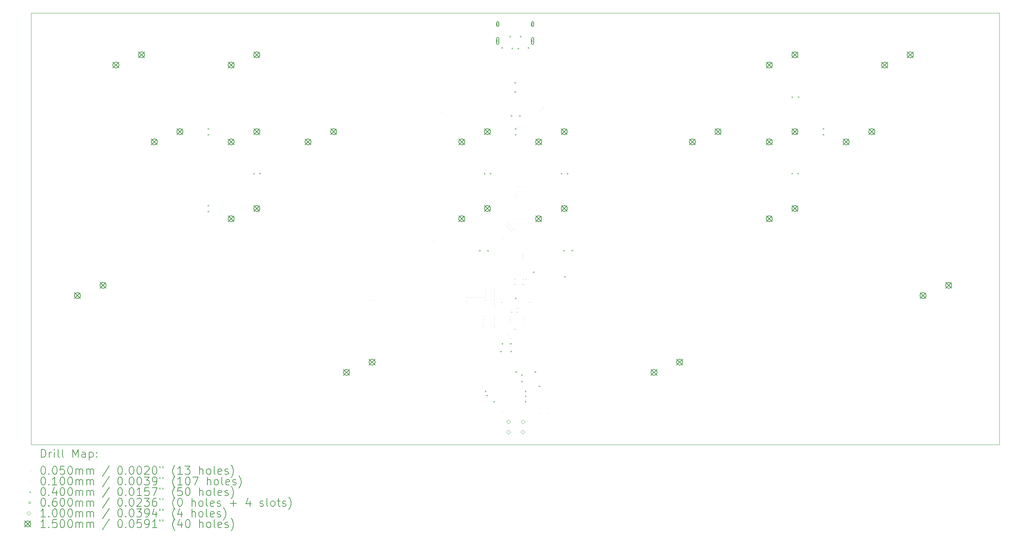
<source format=gbr>
%TF.GenerationSoftware,KiCad,Pcbnew,7.0.7*%
%TF.CreationDate,2023-10-04T19:01:13+09:00*%
%TF.ProjectId,Sixtar-Switch,53697874-6172-42d5-9377-697463682e6b,rev?*%
%TF.SameCoordinates,Original*%
%TF.FileFunction,Drillmap*%
%TF.FilePolarity,Positive*%
%FSLAX45Y45*%
G04 Gerber Fmt 4.5, Leading zero omitted, Abs format (unit mm)*
G04 Created by KiCad (PCBNEW 7.0.7) date 2023-10-04 19:01:13*
%MOMM*%
%LPD*%
G01*
G04 APERTURE LIST*
%ADD10C,0.100000*%
%ADD11C,0.200000*%
%ADD12C,0.005000*%
%ADD13C,0.010000*%
%ADD14C,0.040000*%
%ADD15C,0.060000*%
%ADD16C,0.150000*%
G04 APERTURE END LIST*
D10*
X25800000Y-12500000D02*
X1800000Y-12500000D01*
X1800000Y-12500000D02*
X1800000Y-1800000D01*
X25800000Y-1800000D02*
X25800000Y-12500000D01*
X1800000Y-1800000D02*
X25800000Y-1800000D01*
D11*
D12*
X13463500Y-8967500D02*
X13468500Y-8972500D01*
X13468500Y-8967500D02*
X13463500Y-8972500D01*
X13707500Y-9210500D02*
X13712500Y-9215500D01*
X13712500Y-9210500D02*
X13707500Y-9215500D01*
X13787500Y-8392500D02*
X13792500Y-8397500D01*
X13792500Y-8392500D02*
X13787500Y-8397500D01*
X13787500Y-8523750D02*
X13792500Y-8528750D01*
X13792500Y-8523750D02*
X13787500Y-8528750D01*
X13787500Y-9632500D02*
X13792500Y-9637500D01*
X13792500Y-9632500D02*
X13787500Y-9637500D01*
X13827500Y-9211500D02*
X13832500Y-9216500D01*
X13832500Y-9211500D02*
X13827500Y-9216500D01*
X13834500Y-9110500D02*
X13839500Y-9115500D01*
X13839500Y-9110500D02*
X13834500Y-9115500D01*
X13867500Y-9211500D02*
X13872500Y-9216500D01*
X13872500Y-9211500D02*
X13867500Y-9216500D01*
X13900500Y-9110500D02*
X13905500Y-9115500D01*
X13905500Y-9110500D02*
X13900500Y-9115500D01*
X13987500Y-8390500D02*
X13992500Y-8395500D01*
X13992500Y-8390500D02*
X13987500Y-8395500D01*
X13987500Y-8523750D02*
X13992500Y-8528750D01*
X13992500Y-8523750D02*
X13987500Y-8528750D01*
X14067500Y-8392500D02*
X14072500Y-8397500D01*
X14072500Y-8392500D02*
X14067500Y-8397500D01*
X14151250Y-8967500D02*
X14156250Y-8972500D01*
X14156250Y-8967500D02*
X14151250Y-8972500D01*
D13*
X10207213Y-8925000D02*
G75*
G03*
X10207213Y-8925000I-5000J0D01*
G01*
X10317213Y-8924950D02*
G75*
G03*
X10317213Y-8924950I-5000J0D01*
G01*
X11775000Y-7360000D02*
G75*
G03*
X11775000Y-7360000I-5000J0D01*
G01*
X11775000Y-7460000D02*
G75*
G03*
X11775000Y-7460000I-5000J0D01*
G01*
X11870050Y-4404713D02*
G75*
G03*
X11870050Y-4404713I-5000J0D01*
G01*
X11969950Y-4257500D02*
G75*
G03*
X11969950Y-4257500I-5000J0D01*
G01*
X12585000Y-8855050D02*
G75*
G03*
X12585000Y-8855050I-5000J0D01*
G01*
X12585000Y-8959900D02*
G75*
G03*
X12585000Y-8959900I-5000J0D01*
G01*
X12634591Y-8855062D02*
G75*
G03*
X12634591Y-8855062I-5000J0D01*
G01*
X12635000Y-8959950D02*
G75*
G03*
X12635000Y-8959950I-5000J0D01*
G01*
X12674541Y-8855085D02*
G75*
G03*
X12674541Y-8855085I-5000J0D01*
G01*
X12695000Y-8959950D02*
G75*
G03*
X12695000Y-8959950I-5000J0D01*
G01*
X12723947Y-8855087D02*
G75*
G03*
X12723947Y-8855087I-5000J0D01*
G01*
X12745252Y-8959950D02*
G75*
G03*
X12745252Y-8959950I-5000J0D01*
G01*
X12773372Y-8855086D02*
G75*
G03*
X12773372Y-8855086I-5000J0D01*
G01*
X12801487Y-8960864D02*
G75*
G03*
X12801487Y-8960864I-5000J0D01*
G01*
X12822802Y-8855089D02*
G75*
G03*
X12822802Y-8855089I-5000J0D01*
G01*
X12850000Y-8959950D02*
G75*
G03*
X12850000Y-8959950I-5000J0D01*
G01*
X12872229Y-8855088D02*
G75*
G03*
X12872229Y-8855088I-5000J0D01*
G01*
X12914656Y-8855090D02*
G75*
G03*
X12914656Y-8855090I-5000J0D01*
G01*
X12957105Y-8855050D02*
G75*
G03*
X12957105Y-8855050I-5000J0D01*
G01*
X13000000Y-9525000D02*
G75*
G03*
X13000000Y-9525000I-5000J0D01*
G01*
X13000050Y-9394901D02*
G75*
G03*
X13000050Y-9394901I-5000J0D01*
G01*
X13000050Y-9435000D02*
G75*
G03*
X13000050Y-9435000I-5000J0D01*
G01*
X13000050Y-9475000D02*
G75*
G03*
X13000050Y-9475000I-5000J0D01*
G01*
X13000050Y-9604900D02*
G75*
G03*
X13000050Y-9604900I-5000J0D01*
G01*
X13000050Y-9564950D02*
G75*
G03*
X13000050Y-9564950I-5000J0D01*
G01*
X13004950Y-9195000D02*
G75*
G03*
X13004950Y-9195000I-5000J0D01*
G01*
X13006508Y-8855088D02*
G75*
G03*
X13006508Y-8855088I-5000J0D01*
G01*
X13035107Y-9315000D02*
G75*
G03*
X13035107Y-9315000I-5000J0D01*
G01*
X13070000Y-8890000D02*
G75*
G03*
X13070000Y-8890000I-5000J0D01*
G01*
X13070050Y-8650000D02*
G75*
G03*
X13070050Y-8650000I-5000J0D01*
G01*
X13070050Y-8690000D02*
G75*
G03*
X13070050Y-8690000I-5000J0D01*
G01*
X13070050Y-8730000D02*
G75*
G03*
X13070050Y-8730000I-5000J0D01*
G01*
X13070050Y-8770000D02*
G75*
G03*
X13070050Y-8770000I-5000J0D01*
G01*
X13070050Y-8810000D02*
G75*
G03*
X13070050Y-8810000I-5000J0D01*
G01*
X13070050Y-8850000D02*
G75*
G03*
X13070050Y-8850000I-5000J0D01*
G01*
X13070057Y-8929950D02*
G75*
G03*
X13070057Y-8929950I-5000J0D01*
G01*
X13289943Y-8929950D02*
G75*
G03*
X13289943Y-8929950I-5000J0D01*
G01*
X13289950Y-8650000D02*
G75*
G03*
X13289950Y-8650000I-5000J0D01*
G01*
X13289950Y-8690000D02*
G75*
G03*
X13289950Y-8690000I-5000J0D01*
G01*
X13289950Y-8770000D02*
G75*
G03*
X13289950Y-8770000I-5000J0D01*
G01*
X13289950Y-8809950D02*
G75*
G03*
X13289950Y-8809950I-5000J0D01*
G01*
X13289950Y-8850000D02*
G75*
G03*
X13289950Y-8850000I-5000J0D01*
G01*
X13289950Y-9010000D02*
G75*
G03*
X13289950Y-9010000I-5000J0D01*
G01*
X13289950Y-9090000D02*
G75*
G03*
X13289950Y-9090000I-5000J0D01*
G01*
X13289950Y-9130000D02*
G75*
G03*
X13289950Y-9130000I-5000J0D01*
G01*
X13289950Y-9315000D02*
G75*
G03*
X13289950Y-9315000I-5000J0D01*
G01*
X13289950Y-9354950D02*
G75*
G03*
X13289950Y-9354950I-5000J0D01*
G01*
X13289950Y-9394901D02*
G75*
G03*
X13289950Y-9394901I-5000J0D01*
G01*
X13289950Y-9434851D02*
G75*
G03*
X13289950Y-9434851I-5000J0D01*
G01*
X13289950Y-9565000D02*
G75*
G03*
X13289950Y-9565000I-5000J0D01*
G01*
X13289950Y-9604950D02*
G75*
G03*
X13289950Y-9604950I-5000J0D01*
G01*
X13290000Y-8890000D02*
G75*
G03*
X13290000Y-8890000I-5000J0D01*
G01*
X13290000Y-9050000D02*
G75*
G03*
X13290000Y-9050000I-5000J0D01*
G01*
X13290000Y-9475000D02*
G75*
G03*
X13290000Y-9475000I-5000J0D01*
G01*
X13290000Y-9525000D02*
G75*
G03*
X13290000Y-9525000I-5000J0D01*
G01*
X13290007Y-8729950D02*
G75*
G03*
X13290007Y-8729950I-5000J0D01*
G01*
X13485000Y-11680000D02*
G75*
G03*
X13485000Y-11680000I-5000J0D01*
G01*
X13495000Y-7400000D02*
G75*
G03*
X13495000Y-7400000I-5000J0D01*
G01*
X13495312Y-7519738D02*
G75*
G03*
X13495312Y-7519738I-5000J0D01*
G01*
X13565337Y-7059663D02*
G75*
G03*
X13565337Y-7059663I-5000J0D01*
G01*
X13602837Y-7097163D02*
G75*
G03*
X13602837Y-7097163I-5000J0D01*
G01*
X13610300Y-7005000D02*
G75*
G03*
X13610300Y-7005000I-5000J0D01*
G01*
X13629412Y-9804412D02*
G75*
G03*
X13629412Y-9804412I-5000J0D01*
G01*
X13636175Y-7130502D02*
G75*
G03*
X13636175Y-7130502I-5000J0D01*
G01*
X13645250Y-7040784D02*
G75*
G03*
X13645250Y-7040784I-5000J0D01*
G01*
X13670337Y-7164663D02*
G75*
G03*
X13670337Y-7164663I-5000J0D01*
G01*
X13680087Y-9396046D02*
G75*
G03*
X13680087Y-9396046I-5000J0D01*
G01*
X13680087Y-9445473D02*
G75*
G03*
X13680087Y-9445473I-5000J0D01*
G01*
X13680087Y-9494899D02*
G75*
G03*
X13680087Y-9494899I-5000J0D01*
G01*
X13680088Y-9346618D02*
G75*
G03*
X13680088Y-9346618I-5000J0D01*
G01*
X13680200Y-7075731D02*
G75*
G03*
X13680200Y-7075731I-5000J0D01*
G01*
X13693000Y-9868000D02*
G75*
G03*
X13693000Y-9868000I-5000J0D01*
G01*
X13707837Y-7202163D02*
G75*
G03*
X13707837Y-7202163I-5000J0D01*
G01*
X13710288Y-7105817D02*
G75*
G03*
X13710288Y-7105817I-5000J0D01*
G01*
X13741197Y-6378001D02*
G75*
G03*
X13741197Y-6378001I-5000J0D01*
G01*
X13745238Y-7140781D02*
G75*
G03*
X13745238Y-7140781I-5000J0D01*
G01*
X13750150Y-7249663D02*
G75*
G03*
X13750150Y-7249663I-5000J0D01*
G01*
X13780150Y-6900000D02*
G75*
G03*
X13780150Y-6900000I-5000J0D01*
G01*
X13780188Y-7175661D02*
G75*
G03*
X13780188Y-7175661I-5000J0D01*
G01*
X13810225Y-6305748D02*
G75*
G03*
X13810225Y-6305748I-5000J0D01*
G01*
X13815013Y-6409390D02*
G75*
G03*
X13815013Y-6409390I-5000J0D01*
G01*
X13845100Y-6340679D02*
G75*
G03*
X13845100Y-6340679I-5000J0D01*
G01*
X13845100Y-7820386D02*
G75*
G03*
X13845100Y-7820386I-5000J0D01*
G01*
X13845100Y-7860336D02*
G75*
G03*
X13845100Y-7860336I-5000J0D01*
G01*
X13845100Y-7900287D02*
G75*
G03*
X13845100Y-7900287I-5000J0D01*
G01*
X13880050Y-4635000D02*
G75*
G03*
X13880050Y-4635000I-5000J0D01*
G01*
X13880050Y-5210000D02*
G75*
G03*
X13880050Y-5210000I-5000J0D01*
G01*
X13880050Y-6100000D02*
G75*
G03*
X13880050Y-6100000I-5000J0D01*
G01*
X13989950Y-4635000D02*
G75*
G03*
X13989950Y-4635000I-5000J0D01*
G01*
X13989950Y-5210000D02*
G75*
G03*
X13989950Y-5210000I-5000J0D01*
G01*
X13989950Y-6100000D02*
G75*
G03*
X13989950Y-6100000I-5000J0D01*
G01*
X13989950Y-6900000D02*
G75*
G03*
X13989950Y-6900000I-5000J0D01*
G01*
X13989950Y-7820000D02*
G75*
G03*
X13989950Y-7820000I-5000J0D01*
G01*
X13989950Y-7860000D02*
G75*
G03*
X13989950Y-7860000I-5000J0D01*
G01*
X13989950Y-7900000D02*
G75*
G03*
X13989950Y-7900000I-5000J0D01*
G01*
X14029948Y-9464851D02*
G75*
G03*
X14029948Y-9464851I-5000J0D01*
G01*
X14029950Y-9345000D02*
G75*
G03*
X14029950Y-9345000I-5000J0D01*
G01*
X14029950Y-9384950D02*
G75*
G03*
X14029950Y-9384950I-5000J0D01*
G01*
X14030030Y-9424901D02*
G75*
G03*
X14030030Y-9424901I-5000J0D01*
G01*
X14415000Y-11715000D02*
G75*
G03*
X14415000Y-11715000I-5000J0D01*
G01*
X14415434Y-4193530D02*
G75*
G03*
X14415434Y-4193530I-5000J0D01*
G01*
X14440000Y-4225000D02*
G75*
G03*
X14440000Y-4225000I-5000J0D01*
G01*
X14476833Y-4131755D02*
G75*
G03*
X14476833Y-4131755I-5000J0D01*
G01*
X14503485Y-4161514D02*
G75*
G03*
X14503485Y-4161514I-5000J0D01*
G01*
X14645000Y-11715000D02*
G75*
G03*
X14645000Y-11715000I-5000J0D01*
G01*
D14*
X6191000Y-4647738D02*
X6191000Y-4687738D01*
X6171000Y-4667738D02*
X6211000Y-4667738D01*
X6191000Y-4792638D02*
X6191000Y-4832638D01*
X6171000Y-4812638D02*
X6211000Y-4812638D01*
X6191000Y-6552737D02*
X6191000Y-6592737D01*
X6171000Y-6572737D02*
X6211000Y-6572737D01*
X6191000Y-6697637D02*
X6191000Y-6737637D01*
X6171000Y-6717637D02*
X6211000Y-6717637D01*
X7324675Y-5760000D02*
X7324675Y-5800000D01*
X7304675Y-5780000D02*
X7344675Y-5780000D01*
X7469575Y-5756000D02*
X7469575Y-5796000D01*
X7449575Y-5776000D02*
X7489575Y-5776000D01*
X12918176Y-7669176D02*
X12918176Y-7709176D01*
X12898176Y-7689176D02*
X12938176Y-7689176D01*
X13039675Y-5760000D02*
X13039675Y-5800000D01*
X13019675Y-5780000D02*
X13059675Y-5780000D01*
X13065050Y-11157500D02*
X13065050Y-11197500D01*
X13045050Y-11177500D02*
X13085050Y-11177500D01*
X13095050Y-11261472D02*
X13095050Y-11301472D01*
X13075050Y-11281472D02*
X13115050Y-11281472D01*
X13120136Y-7672136D02*
X13120136Y-7712136D01*
X13100136Y-7692136D02*
X13140136Y-7692136D01*
X13184575Y-5760000D02*
X13184575Y-5800000D01*
X13164575Y-5780000D02*
X13204575Y-5780000D01*
X13272500Y-11410000D02*
X13272500Y-11450000D01*
X13252500Y-11430000D02*
X13292500Y-11430000D01*
X13444000Y-10168000D02*
X13444000Y-10208000D01*
X13424000Y-10188000D02*
X13464000Y-10188000D01*
X13475000Y-2640000D02*
X13475000Y-2680000D01*
X13455000Y-2660000D02*
X13495000Y-2660000D01*
X13480250Y-9978000D02*
X13480250Y-10018000D01*
X13460250Y-9998000D02*
X13500250Y-9998000D01*
X13670000Y-2360000D02*
X13670000Y-2400000D01*
X13650000Y-2380000D02*
X13690000Y-2380000D01*
X13687750Y-9978000D02*
X13687750Y-10018000D01*
X13667750Y-9998000D02*
X13707750Y-9998000D01*
X13698000Y-10168000D02*
X13698000Y-10208000D01*
X13678000Y-10188000D02*
X13718000Y-10188000D01*
X13705000Y-4325000D02*
X13705000Y-4365000D01*
X13685000Y-4345000D02*
X13725000Y-4345000D01*
X13724202Y-2657590D02*
X13724202Y-2697590D01*
X13704202Y-2677590D02*
X13744202Y-2677590D01*
X13794110Y-3731570D02*
X13794110Y-3771570D01*
X13774110Y-3751570D02*
X13814110Y-3751570D01*
X13795000Y-3505000D02*
X13795000Y-3545000D01*
X13775000Y-3525000D02*
X13815000Y-3525000D01*
X13807500Y-4647738D02*
X13807500Y-4687738D01*
X13787500Y-4667738D02*
X13827500Y-4667738D01*
X13807500Y-4792638D02*
X13807500Y-4832638D01*
X13787500Y-4812638D02*
X13827500Y-4812638D01*
X13810000Y-8850000D02*
X13810000Y-8890000D01*
X13790000Y-8870000D02*
X13830000Y-8870000D01*
X13820000Y-10675000D02*
X13820000Y-10715000D01*
X13800000Y-10695000D02*
X13840000Y-10695000D01*
X13875000Y-2660000D02*
X13875000Y-2700000D01*
X13855000Y-2680000D02*
X13895000Y-2680000D01*
X13915000Y-4325000D02*
X13915000Y-4365000D01*
X13895000Y-4345000D02*
X13935000Y-4345000D01*
X13930000Y-2360000D02*
X13930000Y-2400000D01*
X13910000Y-2380000D02*
X13950000Y-2380000D01*
X13960717Y-10909950D02*
X13960717Y-10949950D01*
X13940717Y-10929950D02*
X13980717Y-10929950D01*
X13961354Y-10750050D02*
X13961354Y-10790050D01*
X13941354Y-10770050D02*
X13981354Y-10770050D01*
X14055000Y-11157500D02*
X14055000Y-11197500D01*
X14035000Y-11177500D02*
X14075000Y-11177500D01*
X14055000Y-11277500D02*
X14055000Y-11317500D01*
X14035000Y-11297500D02*
X14075000Y-11297500D01*
X14055000Y-11410000D02*
X14055000Y-11450000D01*
X14035000Y-11430000D02*
X14075000Y-11430000D01*
X14125000Y-2640000D02*
X14125000Y-2680000D01*
X14105000Y-2660000D02*
X14145000Y-2660000D01*
X14254750Y-8203000D02*
X14254750Y-8243000D01*
X14234750Y-8223000D02*
X14274750Y-8223000D01*
X14295000Y-10675000D02*
X14295000Y-10715000D01*
X14275000Y-10695000D02*
X14315000Y-10695000D01*
X14395250Y-11032000D02*
X14395250Y-11072000D01*
X14375250Y-11052000D02*
X14415250Y-11052000D01*
X14944675Y-5760000D02*
X14944675Y-5800000D01*
X14924675Y-5780000D02*
X14964675Y-5780000D01*
X15006989Y-7670011D02*
X15006989Y-7710011D01*
X14986989Y-7690011D02*
X15026989Y-7690011D01*
X15031750Y-8316000D02*
X15031750Y-8356000D01*
X15011750Y-8336000D02*
X15051750Y-8336000D01*
X15089575Y-5760000D02*
X15089575Y-5800000D01*
X15069575Y-5780000D02*
X15109575Y-5780000D01*
X15208449Y-7666551D02*
X15208449Y-7706551D01*
X15188449Y-7686551D02*
X15228449Y-7686551D01*
X20659675Y-3864000D02*
X20659675Y-3904000D01*
X20639675Y-3884000D02*
X20679675Y-3884000D01*
X20659675Y-5758000D02*
X20659675Y-5798000D01*
X20639675Y-5778000D02*
X20679675Y-5778000D01*
X20804575Y-5758000D02*
X20804575Y-5798000D01*
X20784575Y-5778000D02*
X20824575Y-5778000D01*
X20817000Y-3862000D02*
X20817000Y-3902000D01*
X20797000Y-3882000D02*
X20837000Y-3882000D01*
X21431000Y-4792638D02*
X21431000Y-4832638D01*
X21411000Y-4812638D02*
X21451000Y-4812638D01*
X21435000Y-4647738D02*
X21435000Y-4687738D01*
X21415000Y-4667738D02*
X21455000Y-4667738D01*
D15*
X13389213Y-2093713D02*
X13389213Y-2051287D01*
X13346787Y-2051287D01*
X13346787Y-2093713D01*
X13389213Y-2093713D01*
D11*
X13398000Y-2102500D02*
X13398000Y-2042500D01*
X13398000Y-2042500D02*
G75*
G03*
X13338000Y-2042500I-30000J0D01*
G01*
X13338000Y-2042500D02*
X13338000Y-2102500D01*
X13338000Y-2102500D02*
G75*
G03*
X13398000Y-2102500I30000J0D01*
G01*
D15*
X13389213Y-2511713D02*
X13389213Y-2469287D01*
X13346787Y-2469287D01*
X13346787Y-2511713D01*
X13389213Y-2511713D01*
D11*
X13398000Y-2545500D02*
X13398000Y-2435500D01*
X13398000Y-2435500D02*
G75*
G03*
X13338000Y-2435500I-30000J0D01*
G01*
X13338000Y-2435500D02*
X13338000Y-2545500D01*
X13338000Y-2545500D02*
G75*
G03*
X13398000Y-2545500I30000J0D01*
G01*
D15*
X14253213Y-2093713D02*
X14253213Y-2051287D01*
X14210787Y-2051287D01*
X14210787Y-2093713D01*
X14253213Y-2093713D01*
D11*
X14262000Y-2102500D02*
X14262000Y-2042500D01*
X14262000Y-2042500D02*
G75*
G03*
X14202000Y-2042500I-30000J0D01*
G01*
X14202000Y-2042500D02*
X14202000Y-2102500D01*
X14202000Y-2102500D02*
G75*
G03*
X14262000Y-2102500I30000J0D01*
G01*
D15*
X14253213Y-2511713D02*
X14253213Y-2469287D01*
X14210787Y-2469287D01*
X14210787Y-2511713D01*
X14253213Y-2511713D01*
D11*
X14262000Y-2545500D02*
X14262000Y-2435500D01*
X14262000Y-2435500D02*
G75*
G03*
X14202000Y-2435500I-30000J0D01*
G01*
X14202000Y-2435500D02*
X14202000Y-2545500D01*
X14202000Y-2545500D02*
G75*
G03*
X14262000Y-2545500I30000J0D01*
G01*
D10*
X13629500Y-11982000D02*
X13679500Y-11932000D01*
X13629500Y-11882000D01*
X13579500Y-11932000D01*
X13629500Y-11982000D01*
X13629500Y-12236000D02*
X13679500Y-12186000D01*
X13629500Y-12136000D01*
X13579500Y-12186000D01*
X13629500Y-12236000D01*
X13990500Y-11982000D02*
X14040500Y-11932000D01*
X13990500Y-11882000D01*
X13940500Y-11932000D01*
X13990500Y-11982000D01*
X13990500Y-12236000D02*
X14040500Y-12186000D01*
X13990500Y-12136000D01*
X13940500Y-12186000D01*
X13990500Y-12236000D01*
D16*
X2877125Y-8729188D02*
X3027125Y-8879188D01*
X3027125Y-8729188D02*
X2877125Y-8879188D01*
X3027125Y-8804188D02*
G75*
G03*
X3027125Y-8804188I-75000J0D01*
G01*
X3512125Y-8475188D02*
X3662125Y-8625188D01*
X3662125Y-8475188D02*
X3512125Y-8625188D01*
X3662125Y-8550188D02*
G75*
G03*
X3662125Y-8550188I-75000J0D01*
G01*
X3829625Y-3014187D02*
X3979625Y-3164187D01*
X3979625Y-3014187D02*
X3829625Y-3164187D01*
X3979625Y-3089187D02*
G75*
G03*
X3979625Y-3089187I-75000J0D01*
G01*
X4464625Y-2760188D02*
X4614625Y-2910187D01*
X4614625Y-2760188D02*
X4464625Y-2910187D01*
X4614625Y-2835187D02*
G75*
G03*
X4614625Y-2835187I-75000J0D01*
G01*
X4782125Y-4919188D02*
X4932125Y-5069188D01*
X4932125Y-4919188D02*
X4782125Y-5069188D01*
X4932125Y-4994188D02*
G75*
G03*
X4932125Y-4994188I-75000J0D01*
G01*
X5417125Y-4665188D02*
X5567125Y-4815188D01*
X5567125Y-4665188D02*
X5417125Y-4815188D01*
X5567125Y-4740188D02*
G75*
G03*
X5567125Y-4740188I-75000J0D01*
G01*
X6687125Y-3014187D02*
X6837125Y-3164187D01*
X6837125Y-3014187D02*
X6687125Y-3164187D01*
X6837125Y-3089187D02*
G75*
G03*
X6837125Y-3089187I-75000J0D01*
G01*
X6687125Y-4919188D02*
X6837125Y-5069188D01*
X6837125Y-4919188D02*
X6687125Y-5069188D01*
X6837125Y-4994188D02*
G75*
G03*
X6837125Y-4994188I-75000J0D01*
G01*
X6687125Y-6824187D02*
X6837125Y-6974187D01*
X6837125Y-6824187D02*
X6687125Y-6974187D01*
X6837125Y-6899187D02*
G75*
G03*
X6837125Y-6899187I-75000J0D01*
G01*
X7322125Y-2760188D02*
X7472125Y-2910187D01*
X7472125Y-2760188D02*
X7322125Y-2910187D01*
X7472125Y-2835187D02*
G75*
G03*
X7472125Y-2835187I-75000J0D01*
G01*
X7322125Y-4665188D02*
X7472125Y-4815188D01*
X7472125Y-4665188D02*
X7322125Y-4815188D01*
X7472125Y-4740188D02*
G75*
G03*
X7472125Y-4740188I-75000J0D01*
G01*
X7322125Y-6570187D02*
X7472125Y-6720187D01*
X7472125Y-6570187D02*
X7322125Y-6720187D01*
X7472125Y-6645187D02*
G75*
G03*
X7472125Y-6645187I-75000J0D01*
G01*
X8592125Y-4919188D02*
X8742125Y-5069188D01*
X8742125Y-4919188D02*
X8592125Y-5069188D01*
X8742125Y-4994188D02*
G75*
G03*
X8742125Y-4994188I-75000J0D01*
G01*
X9227125Y-4665188D02*
X9377125Y-4815188D01*
X9377125Y-4665188D02*
X9227125Y-4815188D01*
X9377125Y-4740188D02*
G75*
G03*
X9377125Y-4740188I-75000J0D01*
G01*
X9544625Y-10634188D02*
X9694625Y-10784188D01*
X9694625Y-10634188D02*
X9544625Y-10784188D01*
X9694625Y-10709188D02*
G75*
G03*
X9694625Y-10709188I-75000J0D01*
G01*
X10179625Y-10380188D02*
X10329625Y-10530188D01*
X10329625Y-10380188D02*
X10179625Y-10530188D01*
X10329625Y-10455188D02*
G75*
G03*
X10329625Y-10455188I-75000J0D01*
G01*
X12402125Y-4919188D02*
X12552125Y-5069188D01*
X12552125Y-4919188D02*
X12402125Y-5069188D01*
X12552125Y-4994188D02*
G75*
G03*
X12552125Y-4994188I-75000J0D01*
G01*
X12402125Y-6824187D02*
X12552125Y-6974187D01*
X12552125Y-6824187D02*
X12402125Y-6974187D01*
X12552125Y-6899187D02*
G75*
G03*
X12552125Y-6899187I-75000J0D01*
G01*
X13037125Y-4665188D02*
X13187125Y-4815188D01*
X13187125Y-4665188D02*
X13037125Y-4815188D01*
X13187125Y-4740188D02*
G75*
G03*
X13187125Y-4740188I-75000J0D01*
G01*
X13037125Y-6570187D02*
X13187125Y-6720187D01*
X13187125Y-6570187D02*
X13037125Y-6720187D01*
X13187125Y-6645187D02*
G75*
G03*
X13187125Y-6645187I-75000J0D01*
G01*
X14307125Y-4919188D02*
X14457125Y-5069188D01*
X14457125Y-4919188D02*
X14307125Y-5069188D01*
X14457125Y-4994188D02*
G75*
G03*
X14457125Y-4994188I-75000J0D01*
G01*
X14307125Y-6824187D02*
X14457125Y-6974187D01*
X14457125Y-6824187D02*
X14307125Y-6974187D01*
X14457125Y-6899187D02*
G75*
G03*
X14457125Y-6899187I-75000J0D01*
G01*
X14942125Y-4665188D02*
X15092125Y-4815188D01*
X15092125Y-4665188D02*
X14942125Y-4815188D01*
X15092125Y-4740188D02*
G75*
G03*
X15092125Y-4740188I-75000J0D01*
G01*
X14942125Y-6570187D02*
X15092125Y-6720187D01*
X15092125Y-6570187D02*
X14942125Y-6720187D01*
X15092125Y-6645187D02*
G75*
G03*
X15092125Y-6645187I-75000J0D01*
G01*
X17164625Y-10634188D02*
X17314625Y-10784188D01*
X17314625Y-10634188D02*
X17164625Y-10784188D01*
X17314625Y-10709188D02*
G75*
G03*
X17314625Y-10709188I-75000J0D01*
G01*
X17799625Y-10380188D02*
X17949625Y-10530188D01*
X17949625Y-10380188D02*
X17799625Y-10530188D01*
X17949625Y-10455188D02*
G75*
G03*
X17949625Y-10455188I-75000J0D01*
G01*
X18117125Y-4919188D02*
X18267125Y-5069188D01*
X18267125Y-4919188D02*
X18117125Y-5069188D01*
X18267125Y-4994188D02*
G75*
G03*
X18267125Y-4994188I-75000J0D01*
G01*
X18752125Y-4665188D02*
X18902125Y-4815188D01*
X18902125Y-4665188D02*
X18752125Y-4815188D01*
X18902125Y-4740188D02*
G75*
G03*
X18902125Y-4740188I-75000J0D01*
G01*
X20022125Y-3014187D02*
X20172125Y-3164187D01*
X20172125Y-3014187D02*
X20022125Y-3164187D01*
X20172125Y-3089187D02*
G75*
G03*
X20172125Y-3089187I-75000J0D01*
G01*
X20022125Y-4919188D02*
X20172125Y-5069188D01*
X20172125Y-4919188D02*
X20022125Y-5069188D01*
X20172125Y-4994188D02*
G75*
G03*
X20172125Y-4994188I-75000J0D01*
G01*
X20022125Y-6824187D02*
X20172125Y-6974187D01*
X20172125Y-6824187D02*
X20022125Y-6974187D01*
X20172125Y-6899187D02*
G75*
G03*
X20172125Y-6899187I-75000J0D01*
G01*
X20657125Y-2760188D02*
X20807125Y-2910187D01*
X20807125Y-2760188D02*
X20657125Y-2910187D01*
X20807125Y-2835187D02*
G75*
G03*
X20807125Y-2835187I-75000J0D01*
G01*
X20657125Y-4665188D02*
X20807125Y-4815188D01*
X20807125Y-4665188D02*
X20657125Y-4815188D01*
X20807125Y-4740188D02*
G75*
G03*
X20807125Y-4740188I-75000J0D01*
G01*
X20657125Y-6570187D02*
X20807125Y-6720187D01*
X20807125Y-6570187D02*
X20657125Y-6720187D01*
X20807125Y-6645187D02*
G75*
G03*
X20807125Y-6645187I-75000J0D01*
G01*
X21927125Y-4919188D02*
X22077125Y-5069188D01*
X22077125Y-4919188D02*
X21927125Y-5069188D01*
X22077125Y-4994188D02*
G75*
G03*
X22077125Y-4994188I-75000J0D01*
G01*
X22562125Y-4665188D02*
X22712125Y-4815188D01*
X22712125Y-4665188D02*
X22562125Y-4815188D01*
X22712125Y-4740188D02*
G75*
G03*
X22712125Y-4740188I-75000J0D01*
G01*
X22879625Y-3014187D02*
X23029625Y-3164187D01*
X23029625Y-3014187D02*
X22879625Y-3164187D01*
X23029625Y-3089187D02*
G75*
G03*
X23029625Y-3089187I-75000J0D01*
G01*
X23514625Y-2760188D02*
X23664625Y-2910187D01*
X23664625Y-2760188D02*
X23514625Y-2910187D01*
X23664625Y-2835187D02*
G75*
G03*
X23664625Y-2835187I-75000J0D01*
G01*
X23832125Y-8729188D02*
X23982125Y-8879188D01*
X23982125Y-8729188D02*
X23832125Y-8879188D01*
X23982125Y-8804188D02*
G75*
G03*
X23982125Y-8804188I-75000J0D01*
G01*
X24467125Y-8475188D02*
X24617125Y-8625188D01*
X24617125Y-8475188D02*
X24467125Y-8625188D01*
X24617125Y-8550188D02*
G75*
G03*
X24617125Y-8550188I-75000J0D01*
G01*
D11*
X2055777Y-12816484D02*
X2055777Y-12616484D01*
X2055777Y-12616484D02*
X2103396Y-12616484D01*
X2103396Y-12616484D02*
X2131967Y-12626008D01*
X2131967Y-12626008D02*
X2151015Y-12645055D01*
X2151015Y-12645055D02*
X2160539Y-12664103D01*
X2160539Y-12664103D02*
X2170063Y-12702198D01*
X2170063Y-12702198D02*
X2170063Y-12730769D01*
X2170063Y-12730769D02*
X2160539Y-12768865D01*
X2160539Y-12768865D02*
X2151015Y-12787912D01*
X2151015Y-12787912D02*
X2131967Y-12806960D01*
X2131967Y-12806960D02*
X2103396Y-12816484D01*
X2103396Y-12816484D02*
X2055777Y-12816484D01*
X2255777Y-12816484D02*
X2255777Y-12683150D01*
X2255777Y-12721246D02*
X2265301Y-12702198D01*
X2265301Y-12702198D02*
X2274824Y-12692674D01*
X2274824Y-12692674D02*
X2293872Y-12683150D01*
X2293872Y-12683150D02*
X2312920Y-12683150D01*
X2379586Y-12816484D02*
X2379586Y-12683150D01*
X2379586Y-12616484D02*
X2370063Y-12626008D01*
X2370063Y-12626008D02*
X2379586Y-12635531D01*
X2379586Y-12635531D02*
X2389110Y-12626008D01*
X2389110Y-12626008D02*
X2379586Y-12616484D01*
X2379586Y-12616484D02*
X2379586Y-12635531D01*
X2503396Y-12816484D02*
X2484348Y-12806960D01*
X2484348Y-12806960D02*
X2474824Y-12787912D01*
X2474824Y-12787912D02*
X2474824Y-12616484D01*
X2608158Y-12816484D02*
X2589110Y-12806960D01*
X2589110Y-12806960D02*
X2579586Y-12787912D01*
X2579586Y-12787912D02*
X2579586Y-12616484D01*
X2836729Y-12816484D02*
X2836729Y-12616484D01*
X2836729Y-12616484D02*
X2903396Y-12759341D01*
X2903396Y-12759341D02*
X2970062Y-12616484D01*
X2970062Y-12616484D02*
X2970062Y-12816484D01*
X3151015Y-12816484D02*
X3151015Y-12711722D01*
X3151015Y-12711722D02*
X3141491Y-12692674D01*
X3141491Y-12692674D02*
X3122443Y-12683150D01*
X3122443Y-12683150D02*
X3084348Y-12683150D01*
X3084348Y-12683150D02*
X3065301Y-12692674D01*
X3151015Y-12806960D02*
X3131967Y-12816484D01*
X3131967Y-12816484D02*
X3084348Y-12816484D01*
X3084348Y-12816484D02*
X3065301Y-12806960D01*
X3065301Y-12806960D02*
X3055777Y-12787912D01*
X3055777Y-12787912D02*
X3055777Y-12768865D01*
X3055777Y-12768865D02*
X3065301Y-12749817D01*
X3065301Y-12749817D02*
X3084348Y-12740293D01*
X3084348Y-12740293D02*
X3131967Y-12740293D01*
X3131967Y-12740293D02*
X3151015Y-12730769D01*
X3246253Y-12683150D02*
X3246253Y-12883150D01*
X3246253Y-12692674D02*
X3265301Y-12683150D01*
X3265301Y-12683150D02*
X3303396Y-12683150D01*
X3303396Y-12683150D02*
X3322443Y-12692674D01*
X3322443Y-12692674D02*
X3331967Y-12702198D01*
X3331967Y-12702198D02*
X3341491Y-12721246D01*
X3341491Y-12721246D02*
X3341491Y-12778388D01*
X3341491Y-12778388D02*
X3331967Y-12797436D01*
X3331967Y-12797436D02*
X3322443Y-12806960D01*
X3322443Y-12806960D02*
X3303396Y-12816484D01*
X3303396Y-12816484D02*
X3265301Y-12816484D01*
X3265301Y-12816484D02*
X3246253Y-12806960D01*
X3427205Y-12797436D02*
X3436729Y-12806960D01*
X3436729Y-12806960D02*
X3427205Y-12816484D01*
X3427205Y-12816484D02*
X3417682Y-12806960D01*
X3417682Y-12806960D02*
X3427205Y-12797436D01*
X3427205Y-12797436D02*
X3427205Y-12816484D01*
X3427205Y-12692674D02*
X3436729Y-12702198D01*
X3436729Y-12702198D02*
X3427205Y-12711722D01*
X3427205Y-12711722D02*
X3417682Y-12702198D01*
X3417682Y-12702198D02*
X3427205Y-12692674D01*
X3427205Y-12692674D02*
X3427205Y-12711722D01*
D12*
X1790000Y-13142500D02*
X1795000Y-13147500D01*
X1795000Y-13142500D02*
X1790000Y-13147500D01*
D11*
X2093872Y-13036484D02*
X2112920Y-13036484D01*
X2112920Y-13036484D02*
X2131967Y-13046008D01*
X2131967Y-13046008D02*
X2141491Y-13055531D01*
X2141491Y-13055531D02*
X2151015Y-13074579D01*
X2151015Y-13074579D02*
X2160539Y-13112674D01*
X2160539Y-13112674D02*
X2160539Y-13160293D01*
X2160539Y-13160293D02*
X2151015Y-13198388D01*
X2151015Y-13198388D02*
X2141491Y-13217436D01*
X2141491Y-13217436D02*
X2131967Y-13226960D01*
X2131967Y-13226960D02*
X2112920Y-13236484D01*
X2112920Y-13236484D02*
X2093872Y-13236484D01*
X2093872Y-13236484D02*
X2074824Y-13226960D01*
X2074824Y-13226960D02*
X2065301Y-13217436D01*
X2065301Y-13217436D02*
X2055777Y-13198388D01*
X2055777Y-13198388D02*
X2046253Y-13160293D01*
X2046253Y-13160293D02*
X2046253Y-13112674D01*
X2046253Y-13112674D02*
X2055777Y-13074579D01*
X2055777Y-13074579D02*
X2065301Y-13055531D01*
X2065301Y-13055531D02*
X2074824Y-13046008D01*
X2074824Y-13046008D02*
X2093872Y-13036484D01*
X2246253Y-13217436D02*
X2255777Y-13226960D01*
X2255777Y-13226960D02*
X2246253Y-13236484D01*
X2246253Y-13236484D02*
X2236729Y-13226960D01*
X2236729Y-13226960D02*
X2246253Y-13217436D01*
X2246253Y-13217436D02*
X2246253Y-13236484D01*
X2379586Y-13036484D02*
X2398634Y-13036484D01*
X2398634Y-13036484D02*
X2417682Y-13046008D01*
X2417682Y-13046008D02*
X2427205Y-13055531D01*
X2427205Y-13055531D02*
X2436729Y-13074579D01*
X2436729Y-13074579D02*
X2446253Y-13112674D01*
X2446253Y-13112674D02*
X2446253Y-13160293D01*
X2446253Y-13160293D02*
X2436729Y-13198388D01*
X2436729Y-13198388D02*
X2427205Y-13217436D01*
X2427205Y-13217436D02*
X2417682Y-13226960D01*
X2417682Y-13226960D02*
X2398634Y-13236484D01*
X2398634Y-13236484D02*
X2379586Y-13236484D01*
X2379586Y-13236484D02*
X2360539Y-13226960D01*
X2360539Y-13226960D02*
X2351015Y-13217436D01*
X2351015Y-13217436D02*
X2341491Y-13198388D01*
X2341491Y-13198388D02*
X2331967Y-13160293D01*
X2331967Y-13160293D02*
X2331967Y-13112674D01*
X2331967Y-13112674D02*
X2341491Y-13074579D01*
X2341491Y-13074579D02*
X2351015Y-13055531D01*
X2351015Y-13055531D02*
X2360539Y-13046008D01*
X2360539Y-13046008D02*
X2379586Y-13036484D01*
X2627205Y-13036484D02*
X2531967Y-13036484D01*
X2531967Y-13036484D02*
X2522444Y-13131722D01*
X2522444Y-13131722D02*
X2531967Y-13122198D01*
X2531967Y-13122198D02*
X2551015Y-13112674D01*
X2551015Y-13112674D02*
X2598634Y-13112674D01*
X2598634Y-13112674D02*
X2617682Y-13122198D01*
X2617682Y-13122198D02*
X2627205Y-13131722D01*
X2627205Y-13131722D02*
X2636729Y-13150769D01*
X2636729Y-13150769D02*
X2636729Y-13198388D01*
X2636729Y-13198388D02*
X2627205Y-13217436D01*
X2627205Y-13217436D02*
X2617682Y-13226960D01*
X2617682Y-13226960D02*
X2598634Y-13236484D01*
X2598634Y-13236484D02*
X2551015Y-13236484D01*
X2551015Y-13236484D02*
X2531967Y-13226960D01*
X2531967Y-13226960D02*
X2522444Y-13217436D01*
X2760539Y-13036484D02*
X2779586Y-13036484D01*
X2779586Y-13036484D02*
X2798634Y-13046008D01*
X2798634Y-13046008D02*
X2808158Y-13055531D01*
X2808158Y-13055531D02*
X2817682Y-13074579D01*
X2817682Y-13074579D02*
X2827205Y-13112674D01*
X2827205Y-13112674D02*
X2827205Y-13160293D01*
X2827205Y-13160293D02*
X2817682Y-13198388D01*
X2817682Y-13198388D02*
X2808158Y-13217436D01*
X2808158Y-13217436D02*
X2798634Y-13226960D01*
X2798634Y-13226960D02*
X2779586Y-13236484D01*
X2779586Y-13236484D02*
X2760539Y-13236484D01*
X2760539Y-13236484D02*
X2741491Y-13226960D01*
X2741491Y-13226960D02*
X2731967Y-13217436D01*
X2731967Y-13217436D02*
X2722444Y-13198388D01*
X2722444Y-13198388D02*
X2712920Y-13160293D01*
X2712920Y-13160293D02*
X2712920Y-13112674D01*
X2712920Y-13112674D02*
X2722444Y-13074579D01*
X2722444Y-13074579D02*
X2731967Y-13055531D01*
X2731967Y-13055531D02*
X2741491Y-13046008D01*
X2741491Y-13046008D02*
X2760539Y-13036484D01*
X2912920Y-13236484D02*
X2912920Y-13103150D01*
X2912920Y-13122198D02*
X2922443Y-13112674D01*
X2922443Y-13112674D02*
X2941491Y-13103150D01*
X2941491Y-13103150D02*
X2970063Y-13103150D01*
X2970063Y-13103150D02*
X2989110Y-13112674D01*
X2989110Y-13112674D02*
X2998634Y-13131722D01*
X2998634Y-13131722D02*
X2998634Y-13236484D01*
X2998634Y-13131722D02*
X3008158Y-13112674D01*
X3008158Y-13112674D02*
X3027205Y-13103150D01*
X3027205Y-13103150D02*
X3055777Y-13103150D01*
X3055777Y-13103150D02*
X3074824Y-13112674D01*
X3074824Y-13112674D02*
X3084348Y-13131722D01*
X3084348Y-13131722D02*
X3084348Y-13236484D01*
X3179586Y-13236484D02*
X3179586Y-13103150D01*
X3179586Y-13122198D02*
X3189110Y-13112674D01*
X3189110Y-13112674D02*
X3208158Y-13103150D01*
X3208158Y-13103150D02*
X3236729Y-13103150D01*
X3236729Y-13103150D02*
X3255777Y-13112674D01*
X3255777Y-13112674D02*
X3265301Y-13131722D01*
X3265301Y-13131722D02*
X3265301Y-13236484D01*
X3265301Y-13131722D02*
X3274824Y-13112674D01*
X3274824Y-13112674D02*
X3293872Y-13103150D01*
X3293872Y-13103150D02*
X3322443Y-13103150D01*
X3322443Y-13103150D02*
X3341491Y-13112674D01*
X3341491Y-13112674D02*
X3351015Y-13131722D01*
X3351015Y-13131722D02*
X3351015Y-13236484D01*
X3741491Y-13026960D02*
X3570063Y-13284103D01*
X3998634Y-13036484D02*
X4017682Y-13036484D01*
X4017682Y-13036484D02*
X4036729Y-13046008D01*
X4036729Y-13046008D02*
X4046253Y-13055531D01*
X4046253Y-13055531D02*
X4055777Y-13074579D01*
X4055777Y-13074579D02*
X4065301Y-13112674D01*
X4065301Y-13112674D02*
X4065301Y-13160293D01*
X4065301Y-13160293D02*
X4055777Y-13198388D01*
X4055777Y-13198388D02*
X4046253Y-13217436D01*
X4046253Y-13217436D02*
X4036729Y-13226960D01*
X4036729Y-13226960D02*
X4017682Y-13236484D01*
X4017682Y-13236484D02*
X3998634Y-13236484D01*
X3998634Y-13236484D02*
X3979586Y-13226960D01*
X3979586Y-13226960D02*
X3970063Y-13217436D01*
X3970063Y-13217436D02*
X3960539Y-13198388D01*
X3960539Y-13198388D02*
X3951015Y-13160293D01*
X3951015Y-13160293D02*
X3951015Y-13112674D01*
X3951015Y-13112674D02*
X3960539Y-13074579D01*
X3960539Y-13074579D02*
X3970063Y-13055531D01*
X3970063Y-13055531D02*
X3979586Y-13046008D01*
X3979586Y-13046008D02*
X3998634Y-13036484D01*
X4151015Y-13217436D02*
X4160539Y-13226960D01*
X4160539Y-13226960D02*
X4151015Y-13236484D01*
X4151015Y-13236484D02*
X4141491Y-13226960D01*
X4141491Y-13226960D02*
X4151015Y-13217436D01*
X4151015Y-13217436D02*
X4151015Y-13236484D01*
X4284348Y-13036484D02*
X4303396Y-13036484D01*
X4303396Y-13036484D02*
X4322444Y-13046008D01*
X4322444Y-13046008D02*
X4331968Y-13055531D01*
X4331968Y-13055531D02*
X4341491Y-13074579D01*
X4341491Y-13074579D02*
X4351015Y-13112674D01*
X4351015Y-13112674D02*
X4351015Y-13160293D01*
X4351015Y-13160293D02*
X4341491Y-13198388D01*
X4341491Y-13198388D02*
X4331968Y-13217436D01*
X4331968Y-13217436D02*
X4322444Y-13226960D01*
X4322444Y-13226960D02*
X4303396Y-13236484D01*
X4303396Y-13236484D02*
X4284348Y-13236484D01*
X4284348Y-13236484D02*
X4265301Y-13226960D01*
X4265301Y-13226960D02*
X4255777Y-13217436D01*
X4255777Y-13217436D02*
X4246253Y-13198388D01*
X4246253Y-13198388D02*
X4236729Y-13160293D01*
X4236729Y-13160293D02*
X4236729Y-13112674D01*
X4236729Y-13112674D02*
X4246253Y-13074579D01*
X4246253Y-13074579D02*
X4255777Y-13055531D01*
X4255777Y-13055531D02*
X4265301Y-13046008D01*
X4265301Y-13046008D02*
X4284348Y-13036484D01*
X4474825Y-13036484D02*
X4493872Y-13036484D01*
X4493872Y-13036484D02*
X4512920Y-13046008D01*
X4512920Y-13046008D02*
X4522444Y-13055531D01*
X4522444Y-13055531D02*
X4531968Y-13074579D01*
X4531968Y-13074579D02*
X4541491Y-13112674D01*
X4541491Y-13112674D02*
X4541491Y-13160293D01*
X4541491Y-13160293D02*
X4531968Y-13198388D01*
X4531968Y-13198388D02*
X4522444Y-13217436D01*
X4522444Y-13217436D02*
X4512920Y-13226960D01*
X4512920Y-13226960D02*
X4493872Y-13236484D01*
X4493872Y-13236484D02*
X4474825Y-13236484D01*
X4474825Y-13236484D02*
X4455777Y-13226960D01*
X4455777Y-13226960D02*
X4446253Y-13217436D01*
X4446253Y-13217436D02*
X4436729Y-13198388D01*
X4436729Y-13198388D02*
X4427206Y-13160293D01*
X4427206Y-13160293D02*
X4427206Y-13112674D01*
X4427206Y-13112674D02*
X4436729Y-13074579D01*
X4436729Y-13074579D02*
X4446253Y-13055531D01*
X4446253Y-13055531D02*
X4455777Y-13046008D01*
X4455777Y-13046008D02*
X4474825Y-13036484D01*
X4617682Y-13055531D02*
X4627206Y-13046008D01*
X4627206Y-13046008D02*
X4646253Y-13036484D01*
X4646253Y-13036484D02*
X4693872Y-13036484D01*
X4693872Y-13036484D02*
X4712920Y-13046008D01*
X4712920Y-13046008D02*
X4722444Y-13055531D01*
X4722444Y-13055531D02*
X4731968Y-13074579D01*
X4731968Y-13074579D02*
X4731968Y-13093627D01*
X4731968Y-13093627D02*
X4722444Y-13122198D01*
X4722444Y-13122198D02*
X4608158Y-13236484D01*
X4608158Y-13236484D02*
X4731968Y-13236484D01*
X4855777Y-13036484D02*
X4874825Y-13036484D01*
X4874825Y-13036484D02*
X4893872Y-13046008D01*
X4893872Y-13046008D02*
X4903396Y-13055531D01*
X4903396Y-13055531D02*
X4912920Y-13074579D01*
X4912920Y-13074579D02*
X4922444Y-13112674D01*
X4922444Y-13112674D02*
X4922444Y-13160293D01*
X4922444Y-13160293D02*
X4912920Y-13198388D01*
X4912920Y-13198388D02*
X4903396Y-13217436D01*
X4903396Y-13217436D02*
X4893872Y-13226960D01*
X4893872Y-13226960D02*
X4874825Y-13236484D01*
X4874825Y-13236484D02*
X4855777Y-13236484D01*
X4855777Y-13236484D02*
X4836729Y-13226960D01*
X4836729Y-13226960D02*
X4827206Y-13217436D01*
X4827206Y-13217436D02*
X4817682Y-13198388D01*
X4817682Y-13198388D02*
X4808158Y-13160293D01*
X4808158Y-13160293D02*
X4808158Y-13112674D01*
X4808158Y-13112674D02*
X4817682Y-13074579D01*
X4817682Y-13074579D02*
X4827206Y-13055531D01*
X4827206Y-13055531D02*
X4836729Y-13046008D01*
X4836729Y-13046008D02*
X4855777Y-13036484D01*
X4998634Y-13036484D02*
X4998634Y-13074579D01*
X5074825Y-13036484D02*
X5074825Y-13074579D01*
X5370063Y-13312674D02*
X5360539Y-13303150D01*
X5360539Y-13303150D02*
X5341491Y-13274579D01*
X5341491Y-13274579D02*
X5331968Y-13255531D01*
X5331968Y-13255531D02*
X5322444Y-13226960D01*
X5322444Y-13226960D02*
X5312920Y-13179341D01*
X5312920Y-13179341D02*
X5312920Y-13141246D01*
X5312920Y-13141246D02*
X5322444Y-13093627D01*
X5322444Y-13093627D02*
X5331968Y-13065055D01*
X5331968Y-13065055D02*
X5341491Y-13046008D01*
X5341491Y-13046008D02*
X5360539Y-13017436D01*
X5360539Y-13017436D02*
X5370063Y-13007912D01*
X5551015Y-13236484D02*
X5436730Y-13236484D01*
X5493872Y-13236484D02*
X5493872Y-13036484D01*
X5493872Y-13036484D02*
X5474825Y-13065055D01*
X5474825Y-13065055D02*
X5455777Y-13084103D01*
X5455777Y-13084103D02*
X5436730Y-13093627D01*
X5617682Y-13036484D02*
X5741491Y-13036484D01*
X5741491Y-13036484D02*
X5674825Y-13112674D01*
X5674825Y-13112674D02*
X5703396Y-13112674D01*
X5703396Y-13112674D02*
X5722444Y-13122198D01*
X5722444Y-13122198D02*
X5731968Y-13131722D01*
X5731968Y-13131722D02*
X5741491Y-13150769D01*
X5741491Y-13150769D02*
X5741491Y-13198388D01*
X5741491Y-13198388D02*
X5731968Y-13217436D01*
X5731968Y-13217436D02*
X5722444Y-13226960D01*
X5722444Y-13226960D02*
X5703396Y-13236484D01*
X5703396Y-13236484D02*
X5646253Y-13236484D01*
X5646253Y-13236484D02*
X5627206Y-13226960D01*
X5627206Y-13226960D02*
X5617682Y-13217436D01*
X5979587Y-13236484D02*
X5979587Y-13036484D01*
X6065301Y-13236484D02*
X6065301Y-13131722D01*
X6065301Y-13131722D02*
X6055777Y-13112674D01*
X6055777Y-13112674D02*
X6036730Y-13103150D01*
X6036730Y-13103150D02*
X6008158Y-13103150D01*
X6008158Y-13103150D02*
X5989110Y-13112674D01*
X5989110Y-13112674D02*
X5979587Y-13122198D01*
X6189110Y-13236484D02*
X6170063Y-13226960D01*
X6170063Y-13226960D02*
X6160539Y-13217436D01*
X6160539Y-13217436D02*
X6151015Y-13198388D01*
X6151015Y-13198388D02*
X6151015Y-13141246D01*
X6151015Y-13141246D02*
X6160539Y-13122198D01*
X6160539Y-13122198D02*
X6170063Y-13112674D01*
X6170063Y-13112674D02*
X6189110Y-13103150D01*
X6189110Y-13103150D02*
X6217682Y-13103150D01*
X6217682Y-13103150D02*
X6236730Y-13112674D01*
X6236730Y-13112674D02*
X6246253Y-13122198D01*
X6246253Y-13122198D02*
X6255777Y-13141246D01*
X6255777Y-13141246D02*
X6255777Y-13198388D01*
X6255777Y-13198388D02*
X6246253Y-13217436D01*
X6246253Y-13217436D02*
X6236730Y-13226960D01*
X6236730Y-13226960D02*
X6217682Y-13236484D01*
X6217682Y-13236484D02*
X6189110Y-13236484D01*
X6370063Y-13236484D02*
X6351015Y-13226960D01*
X6351015Y-13226960D02*
X6341491Y-13207912D01*
X6341491Y-13207912D02*
X6341491Y-13036484D01*
X6522444Y-13226960D02*
X6503396Y-13236484D01*
X6503396Y-13236484D02*
X6465301Y-13236484D01*
X6465301Y-13236484D02*
X6446253Y-13226960D01*
X6446253Y-13226960D02*
X6436730Y-13207912D01*
X6436730Y-13207912D02*
X6436730Y-13131722D01*
X6436730Y-13131722D02*
X6446253Y-13112674D01*
X6446253Y-13112674D02*
X6465301Y-13103150D01*
X6465301Y-13103150D02*
X6503396Y-13103150D01*
X6503396Y-13103150D02*
X6522444Y-13112674D01*
X6522444Y-13112674D02*
X6531968Y-13131722D01*
X6531968Y-13131722D02*
X6531968Y-13150769D01*
X6531968Y-13150769D02*
X6436730Y-13169817D01*
X6608158Y-13226960D02*
X6627206Y-13236484D01*
X6627206Y-13236484D02*
X6665301Y-13236484D01*
X6665301Y-13236484D02*
X6684349Y-13226960D01*
X6684349Y-13226960D02*
X6693872Y-13207912D01*
X6693872Y-13207912D02*
X6693872Y-13198388D01*
X6693872Y-13198388D02*
X6684349Y-13179341D01*
X6684349Y-13179341D02*
X6665301Y-13169817D01*
X6665301Y-13169817D02*
X6636730Y-13169817D01*
X6636730Y-13169817D02*
X6617682Y-13160293D01*
X6617682Y-13160293D02*
X6608158Y-13141246D01*
X6608158Y-13141246D02*
X6608158Y-13131722D01*
X6608158Y-13131722D02*
X6617682Y-13112674D01*
X6617682Y-13112674D02*
X6636730Y-13103150D01*
X6636730Y-13103150D02*
X6665301Y-13103150D01*
X6665301Y-13103150D02*
X6684349Y-13112674D01*
X6760539Y-13312674D02*
X6770063Y-13303150D01*
X6770063Y-13303150D02*
X6789111Y-13274579D01*
X6789111Y-13274579D02*
X6798634Y-13255531D01*
X6798634Y-13255531D02*
X6808158Y-13226960D01*
X6808158Y-13226960D02*
X6817682Y-13179341D01*
X6817682Y-13179341D02*
X6817682Y-13141246D01*
X6817682Y-13141246D02*
X6808158Y-13093627D01*
X6808158Y-13093627D02*
X6798634Y-13065055D01*
X6798634Y-13065055D02*
X6789111Y-13046008D01*
X6789111Y-13046008D02*
X6770063Y-13017436D01*
X6770063Y-13017436D02*
X6760539Y-13007912D01*
D13*
X1795000Y-13409000D02*
G75*
G03*
X1795000Y-13409000I-5000J0D01*
G01*
D11*
X2093872Y-13300484D02*
X2112920Y-13300484D01*
X2112920Y-13300484D02*
X2131967Y-13310008D01*
X2131967Y-13310008D02*
X2141491Y-13319531D01*
X2141491Y-13319531D02*
X2151015Y-13338579D01*
X2151015Y-13338579D02*
X2160539Y-13376674D01*
X2160539Y-13376674D02*
X2160539Y-13424293D01*
X2160539Y-13424293D02*
X2151015Y-13462388D01*
X2151015Y-13462388D02*
X2141491Y-13481436D01*
X2141491Y-13481436D02*
X2131967Y-13490960D01*
X2131967Y-13490960D02*
X2112920Y-13500484D01*
X2112920Y-13500484D02*
X2093872Y-13500484D01*
X2093872Y-13500484D02*
X2074824Y-13490960D01*
X2074824Y-13490960D02*
X2065301Y-13481436D01*
X2065301Y-13481436D02*
X2055777Y-13462388D01*
X2055777Y-13462388D02*
X2046253Y-13424293D01*
X2046253Y-13424293D02*
X2046253Y-13376674D01*
X2046253Y-13376674D02*
X2055777Y-13338579D01*
X2055777Y-13338579D02*
X2065301Y-13319531D01*
X2065301Y-13319531D02*
X2074824Y-13310008D01*
X2074824Y-13310008D02*
X2093872Y-13300484D01*
X2246253Y-13481436D02*
X2255777Y-13490960D01*
X2255777Y-13490960D02*
X2246253Y-13500484D01*
X2246253Y-13500484D02*
X2236729Y-13490960D01*
X2236729Y-13490960D02*
X2246253Y-13481436D01*
X2246253Y-13481436D02*
X2246253Y-13500484D01*
X2446253Y-13500484D02*
X2331967Y-13500484D01*
X2389110Y-13500484D02*
X2389110Y-13300484D01*
X2389110Y-13300484D02*
X2370063Y-13329055D01*
X2370063Y-13329055D02*
X2351015Y-13348103D01*
X2351015Y-13348103D02*
X2331967Y-13357627D01*
X2570063Y-13300484D02*
X2589110Y-13300484D01*
X2589110Y-13300484D02*
X2608158Y-13310008D01*
X2608158Y-13310008D02*
X2617682Y-13319531D01*
X2617682Y-13319531D02*
X2627205Y-13338579D01*
X2627205Y-13338579D02*
X2636729Y-13376674D01*
X2636729Y-13376674D02*
X2636729Y-13424293D01*
X2636729Y-13424293D02*
X2627205Y-13462388D01*
X2627205Y-13462388D02*
X2617682Y-13481436D01*
X2617682Y-13481436D02*
X2608158Y-13490960D01*
X2608158Y-13490960D02*
X2589110Y-13500484D01*
X2589110Y-13500484D02*
X2570063Y-13500484D01*
X2570063Y-13500484D02*
X2551015Y-13490960D01*
X2551015Y-13490960D02*
X2541491Y-13481436D01*
X2541491Y-13481436D02*
X2531967Y-13462388D01*
X2531967Y-13462388D02*
X2522444Y-13424293D01*
X2522444Y-13424293D02*
X2522444Y-13376674D01*
X2522444Y-13376674D02*
X2531967Y-13338579D01*
X2531967Y-13338579D02*
X2541491Y-13319531D01*
X2541491Y-13319531D02*
X2551015Y-13310008D01*
X2551015Y-13310008D02*
X2570063Y-13300484D01*
X2760539Y-13300484D02*
X2779586Y-13300484D01*
X2779586Y-13300484D02*
X2798634Y-13310008D01*
X2798634Y-13310008D02*
X2808158Y-13319531D01*
X2808158Y-13319531D02*
X2817682Y-13338579D01*
X2817682Y-13338579D02*
X2827205Y-13376674D01*
X2827205Y-13376674D02*
X2827205Y-13424293D01*
X2827205Y-13424293D02*
X2817682Y-13462388D01*
X2817682Y-13462388D02*
X2808158Y-13481436D01*
X2808158Y-13481436D02*
X2798634Y-13490960D01*
X2798634Y-13490960D02*
X2779586Y-13500484D01*
X2779586Y-13500484D02*
X2760539Y-13500484D01*
X2760539Y-13500484D02*
X2741491Y-13490960D01*
X2741491Y-13490960D02*
X2731967Y-13481436D01*
X2731967Y-13481436D02*
X2722444Y-13462388D01*
X2722444Y-13462388D02*
X2712920Y-13424293D01*
X2712920Y-13424293D02*
X2712920Y-13376674D01*
X2712920Y-13376674D02*
X2722444Y-13338579D01*
X2722444Y-13338579D02*
X2731967Y-13319531D01*
X2731967Y-13319531D02*
X2741491Y-13310008D01*
X2741491Y-13310008D02*
X2760539Y-13300484D01*
X2912920Y-13500484D02*
X2912920Y-13367150D01*
X2912920Y-13386198D02*
X2922443Y-13376674D01*
X2922443Y-13376674D02*
X2941491Y-13367150D01*
X2941491Y-13367150D02*
X2970063Y-13367150D01*
X2970063Y-13367150D02*
X2989110Y-13376674D01*
X2989110Y-13376674D02*
X2998634Y-13395722D01*
X2998634Y-13395722D02*
X2998634Y-13500484D01*
X2998634Y-13395722D02*
X3008158Y-13376674D01*
X3008158Y-13376674D02*
X3027205Y-13367150D01*
X3027205Y-13367150D02*
X3055777Y-13367150D01*
X3055777Y-13367150D02*
X3074824Y-13376674D01*
X3074824Y-13376674D02*
X3084348Y-13395722D01*
X3084348Y-13395722D02*
X3084348Y-13500484D01*
X3179586Y-13500484D02*
X3179586Y-13367150D01*
X3179586Y-13386198D02*
X3189110Y-13376674D01*
X3189110Y-13376674D02*
X3208158Y-13367150D01*
X3208158Y-13367150D02*
X3236729Y-13367150D01*
X3236729Y-13367150D02*
X3255777Y-13376674D01*
X3255777Y-13376674D02*
X3265301Y-13395722D01*
X3265301Y-13395722D02*
X3265301Y-13500484D01*
X3265301Y-13395722D02*
X3274824Y-13376674D01*
X3274824Y-13376674D02*
X3293872Y-13367150D01*
X3293872Y-13367150D02*
X3322443Y-13367150D01*
X3322443Y-13367150D02*
X3341491Y-13376674D01*
X3341491Y-13376674D02*
X3351015Y-13395722D01*
X3351015Y-13395722D02*
X3351015Y-13500484D01*
X3741491Y-13290960D02*
X3570063Y-13548103D01*
X3998634Y-13300484D02*
X4017682Y-13300484D01*
X4017682Y-13300484D02*
X4036729Y-13310008D01*
X4036729Y-13310008D02*
X4046253Y-13319531D01*
X4046253Y-13319531D02*
X4055777Y-13338579D01*
X4055777Y-13338579D02*
X4065301Y-13376674D01*
X4065301Y-13376674D02*
X4065301Y-13424293D01*
X4065301Y-13424293D02*
X4055777Y-13462388D01*
X4055777Y-13462388D02*
X4046253Y-13481436D01*
X4046253Y-13481436D02*
X4036729Y-13490960D01*
X4036729Y-13490960D02*
X4017682Y-13500484D01*
X4017682Y-13500484D02*
X3998634Y-13500484D01*
X3998634Y-13500484D02*
X3979586Y-13490960D01*
X3979586Y-13490960D02*
X3970063Y-13481436D01*
X3970063Y-13481436D02*
X3960539Y-13462388D01*
X3960539Y-13462388D02*
X3951015Y-13424293D01*
X3951015Y-13424293D02*
X3951015Y-13376674D01*
X3951015Y-13376674D02*
X3960539Y-13338579D01*
X3960539Y-13338579D02*
X3970063Y-13319531D01*
X3970063Y-13319531D02*
X3979586Y-13310008D01*
X3979586Y-13310008D02*
X3998634Y-13300484D01*
X4151015Y-13481436D02*
X4160539Y-13490960D01*
X4160539Y-13490960D02*
X4151015Y-13500484D01*
X4151015Y-13500484D02*
X4141491Y-13490960D01*
X4141491Y-13490960D02*
X4151015Y-13481436D01*
X4151015Y-13481436D02*
X4151015Y-13500484D01*
X4284348Y-13300484D02*
X4303396Y-13300484D01*
X4303396Y-13300484D02*
X4322444Y-13310008D01*
X4322444Y-13310008D02*
X4331968Y-13319531D01*
X4331968Y-13319531D02*
X4341491Y-13338579D01*
X4341491Y-13338579D02*
X4351015Y-13376674D01*
X4351015Y-13376674D02*
X4351015Y-13424293D01*
X4351015Y-13424293D02*
X4341491Y-13462388D01*
X4341491Y-13462388D02*
X4331968Y-13481436D01*
X4331968Y-13481436D02*
X4322444Y-13490960D01*
X4322444Y-13490960D02*
X4303396Y-13500484D01*
X4303396Y-13500484D02*
X4284348Y-13500484D01*
X4284348Y-13500484D02*
X4265301Y-13490960D01*
X4265301Y-13490960D02*
X4255777Y-13481436D01*
X4255777Y-13481436D02*
X4246253Y-13462388D01*
X4246253Y-13462388D02*
X4236729Y-13424293D01*
X4236729Y-13424293D02*
X4236729Y-13376674D01*
X4236729Y-13376674D02*
X4246253Y-13338579D01*
X4246253Y-13338579D02*
X4255777Y-13319531D01*
X4255777Y-13319531D02*
X4265301Y-13310008D01*
X4265301Y-13310008D02*
X4284348Y-13300484D01*
X4474825Y-13300484D02*
X4493872Y-13300484D01*
X4493872Y-13300484D02*
X4512920Y-13310008D01*
X4512920Y-13310008D02*
X4522444Y-13319531D01*
X4522444Y-13319531D02*
X4531968Y-13338579D01*
X4531968Y-13338579D02*
X4541491Y-13376674D01*
X4541491Y-13376674D02*
X4541491Y-13424293D01*
X4541491Y-13424293D02*
X4531968Y-13462388D01*
X4531968Y-13462388D02*
X4522444Y-13481436D01*
X4522444Y-13481436D02*
X4512920Y-13490960D01*
X4512920Y-13490960D02*
X4493872Y-13500484D01*
X4493872Y-13500484D02*
X4474825Y-13500484D01*
X4474825Y-13500484D02*
X4455777Y-13490960D01*
X4455777Y-13490960D02*
X4446253Y-13481436D01*
X4446253Y-13481436D02*
X4436729Y-13462388D01*
X4436729Y-13462388D02*
X4427206Y-13424293D01*
X4427206Y-13424293D02*
X4427206Y-13376674D01*
X4427206Y-13376674D02*
X4436729Y-13338579D01*
X4436729Y-13338579D02*
X4446253Y-13319531D01*
X4446253Y-13319531D02*
X4455777Y-13310008D01*
X4455777Y-13310008D02*
X4474825Y-13300484D01*
X4608158Y-13300484D02*
X4731968Y-13300484D01*
X4731968Y-13300484D02*
X4665301Y-13376674D01*
X4665301Y-13376674D02*
X4693872Y-13376674D01*
X4693872Y-13376674D02*
X4712920Y-13386198D01*
X4712920Y-13386198D02*
X4722444Y-13395722D01*
X4722444Y-13395722D02*
X4731968Y-13414769D01*
X4731968Y-13414769D02*
X4731968Y-13462388D01*
X4731968Y-13462388D02*
X4722444Y-13481436D01*
X4722444Y-13481436D02*
X4712920Y-13490960D01*
X4712920Y-13490960D02*
X4693872Y-13500484D01*
X4693872Y-13500484D02*
X4636729Y-13500484D01*
X4636729Y-13500484D02*
X4617682Y-13490960D01*
X4617682Y-13490960D02*
X4608158Y-13481436D01*
X4827206Y-13500484D02*
X4865301Y-13500484D01*
X4865301Y-13500484D02*
X4884349Y-13490960D01*
X4884349Y-13490960D02*
X4893872Y-13481436D01*
X4893872Y-13481436D02*
X4912920Y-13452865D01*
X4912920Y-13452865D02*
X4922444Y-13414769D01*
X4922444Y-13414769D02*
X4922444Y-13338579D01*
X4922444Y-13338579D02*
X4912920Y-13319531D01*
X4912920Y-13319531D02*
X4903396Y-13310008D01*
X4903396Y-13310008D02*
X4884349Y-13300484D01*
X4884349Y-13300484D02*
X4846253Y-13300484D01*
X4846253Y-13300484D02*
X4827206Y-13310008D01*
X4827206Y-13310008D02*
X4817682Y-13319531D01*
X4817682Y-13319531D02*
X4808158Y-13338579D01*
X4808158Y-13338579D02*
X4808158Y-13386198D01*
X4808158Y-13386198D02*
X4817682Y-13405246D01*
X4817682Y-13405246D02*
X4827206Y-13414769D01*
X4827206Y-13414769D02*
X4846253Y-13424293D01*
X4846253Y-13424293D02*
X4884349Y-13424293D01*
X4884349Y-13424293D02*
X4903396Y-13414769D01*
X4903396Y-13414769D02*
X4912920Y-13405246D01*
X4912920Y-13405246D02*
X4922444Y-13386198D01*
X4998634Y-13300484D02*
X4998634Y-13338579D01*
X5074825Y-13300484D02*
X5074825Y-13338579D01*
X5370063Y-13576674D02*
X5360539Y-13567150D01*
X5360539Y-13567150D02*
X5341491Y-13538579D01*
X5341491Y-13538579D02*
X5331968Y-13519531D01*
X5331968Y-13519531D02*
X5322444Y-13490960D01*
X5322444Y-13490960D02*
X5312920Y-13443341D01*
X5312920Y-13443341D02*
X5312920Y-13405246D01*
X5312920Y-13405246D02*
X5322444Y-13357627D01*
X5322444Y-13357627D02*
X5331968Y-13329055D01*
X5331968Y-13329055D02*
X5341491Y-13310008D01*
X5341491Y-13310008D02*
X5360539Y-13281436D01*
X5360539Y-13281436D02*
X5370063Y-13271912D01*
X5551015Y-13500484D02*
X5436730Y-13500484D01*
X5493872Y-13500484D02*
X5493872Y-13300484D01*
X5493872Y-13300484D02*
X5474825Y-13329055D01*
X5474825Y-13329055D02*
X5455777Y-13348103D01*
X5455777Y-13348103D02*
X5436730Y-13357627D01*
X5674825Y-13300484D02*
X5693872Y-13300484D01*
X5693872Y-13300484D02*
X5712920Y-13310008D01*
X5712920Y-13310008D02*
X5722444Y-13319531D01*
X5722444Y-13319531D02*
X5731968Y-13338579D01*
X5731968Y-13338579D02*
X5741491Y-13376674D01*
X5741491Y-13376674D02*
X5741491Y-13424293D01*
X5741491Y-13424293D02*
X5731968Y-13462388D01*
X5731968Y-13462388D02*
X5722444Y-13481436D01*
X5722444Y-13481436D02*
X5712920Y-13490960D01*
X5712920Y-13490960D02*
X5693872Y-13500484D01*
X5693872Y-13500484D02*
X5674825Y-13500484D01*
X5674825Y-13500484D02*
X5655777Y-13490960D01*
X5655777Y-13490960D02*
X5646253Y-13481436D01*
X5646253Y-13481436D02*
X5636729Y-13462388D01*
X5636729Y-13462388D02*
X5627206Y-13424293D01*
X5627206Y-13424293D02*
X5627206Y-13376674D01*
X5627206Y-13376674D02*
X5636729Y-13338579D01*
X5636729Y-13338579D02*
X5646253Y-13319531D01*
X5646253Y-13319531D02*
X5655777Y-13310008D01*
X5655777Y-13310008D02*
X5674825Y-13300484D01*
X5808158Y-13300484D02*
X5941491Y-13300484D01*
X5941491Y-13300484D02*
X5855777Y-13500484D01*
X6170063Y-13500484D02*
X6170063Y-13300484D01*
X6255777Y-13500484D02*
X6255777Y-13395722D01*
X6255777Y-13395722D02*
X6246253Y-13376674D01*
X6246253Y-13376674D02*
X6227206Y-13367150D01*
X6227206Y-13367150D02*
X6198634Y-13367150D01*
X6198634Y-13367150D02*
X6179587Y-13376674D01*
X6179587Y-13376674D02*
X6170063Y-13386198D01*
X6379587Y-13500484D02*
X6360539Y-13490960D01*
X6360539Y-13490960D02*
X6351015Y-13481436D01*
X6351015Y-13481436D02*
X6341491Y-13462388D01*
X6341491Y-13462388D02*
X6341491Y-13405246D01*
X6341491Y-13405246D02*
X6351015Y-13386198D01*
X6351015Y-13386198D02*
X6360539Y-13376674D01*
X6360539Y-13376674D02*
X6379587Y-13367150D01*
X6379587Y-13367150D02*
X6408158Y-13367150D01*
X6408158Y-13367150D02*
X6427206Y-13376674D01*
X6427206Y-13376674D02*
X6436730Y-13386198D01*
X6436730Y-13386198D02*
X6446253Y-13405246D01*
X6446253Y-13405246D02*
X6446253Y-13462388D01*
X6446253Y-13462388D02*
X6436730Y-13481436D01*
X6436730Y-13481436D02*
X6427206Y-13490960D01*
X6427206Y-13490960D02*
X6408158Y-13500484D01*
X6408158Y-13500484D02*
X6379587Y-13500484D01*
X6560539Y-13500484D02*
X6541491Y-13490960D01*
X6541491Y-13490960D02*
X6531968Y-13471912D01*
X6531968Y-13471912D02*
X6531968Y-13300484D01*
X6712920Y-13490960D02*
X6693872Y-13500484D01*
X6693872Y-13500484D02*
X6655777Y-13500484D01*
X6655777Y-13500484D02*
X6636730Y-13490960D01*
X6636730Y-13490960D02*
X6627206Y-13471912D01*
X6627206Y-13471912D02*
X6627206Y-13395722D01*
X6627206Y-13395722D02*
X6636730Y-13376674D01*
X6636730Y-13376674D02*
X6655777Y-13367150D01*
X6655777Y-13367150D02*
X6693872Y-13367150D01*
X6693872Y-13367150D02*
X6712920Y-13376674D01*
X6712920Y-13376674D02*
X6722444Y-13395722D01*
X6722444Y-13395722D02*
X6722444Y-13414769D01*
X6722444Y-13414769D02*
X6627206Y-13433817D01*
X6798634Y-13490960D02*
X6817682Y-13500484D01*
X6817682Y-13500484D02*
X6855777Y-13500484D01*
X6855777Y-13500484D02*
X6874825Y-13490960D01*
X6874825Y-13490960D02*
X6884349Y-13471912D01*
X6884349Y-13471912D02*
X6884349Y-13462388D01*
X6884349Y-13462388D02*
X6874825Y-13443341D01*
X6874825Y-13443341D02*
X6855777Y-13433817D01*
X6855777Y-13433817D02*
X6827206Y-13433817D01*
X6827206Y-13433817D02*
X6808158Y-13424293D01*
X6808158Y-13424293D02*
X6798634Y-13405246D01*
X6798634Y-13405246D02*
X6798634Y-13395722D01*
X6798634Y-13395722D02*
X6808158Y-13376674D01*
X6808158Y-13376674D02*
X6827206Y-13367150D01*
X6827206Y-13367150D02*
X6855777Y-13367150D01*
X6855777Y-13367150D02*
X6874825Y-13376674D01*
X6951015Y-13576674D02*
X6960539Y-13567150D01*
X6960539Y-13567150D02*
X6979587Y-13538579D01*
X6979587Y-13538579D02*
X6989111Y-13519531D01*
X6989111Y-13519531D02*
X6998634Y-13490960D01*
X6998634Y-13490960D02*
X7008158Y-13443341D01*
X7008158Y-13443341D02*
X7008158Y-13405246D01*
X7008158Y-13405246D02*
X6998634Y-13357627D01*
X6998634Y-13357627D02*
X6989111Y-13329055D01*
X6989111Y-13329055D02*
X6979587Y-13310008D01*
X6979587Y-13310008D02*
X6960539Y-13281436D01*
X6960539Y-13281436D02*
X6951015Y-13271912D01*
D14*
X1775000Y-13653000D02*
X1775000Y-13693000D01*
X1755000Y-13673000D02*
X1795000Y-13673000D01*
D11*
X2093872Y-13564484D02*
X2112920Y-13564484D01*
X2112920Y-13564484D02*
X2131967Y-13574008D01*
X2131967Y-13574008D02*
X2141491Y-13583531D01*
X2141491Y-13583531D02*
X2151015Y-13602579D01*
X2151015Y-13602579D02*
X2160539Y-13640674D01*
X2160539Y-13640674D02*
X2160539Y-13688293D01*
X2160539Y-13688293D02*
X2151015Y-13726388D01*
X2151015Y-13726388D02*
X2141491Y-13745436D01*
X2141491Y-13745436D02*
X2131967Y-13754960D01*
X2131967Y-13754960D02*
X2112920Y-13764484D01*
X2112920Y-13764484D02*
X2093872Y-13764484D01*
X2093872Y-13764484D02*
X2074824Y-13754960D01*
X2074824Y-13754960D02*
X2065301Y-13745436D01*
X2065301Y-13745436D02*
X2055777Y-13726388D01*
X2055777Y-13726388D02*
X2046253Y-13688293D01*
X2046253Y-13688293D02*
X2046253Y-13640674D01*
X2046253Y-13640674D02*
X2055777Y-13602579D01*
X2055777Y-13602579D02*
X2065301Y-13583531D01*
X2065301Y-13583531D02*
X2074824Y-13574008D01*
X2074824Y-13574008D02*
X2093872Y-13564484D01*
X2246253Y-13745436D02*
X2255777Y-13754960D01*
X2255777Y-13754960D02*
X2246253Y-13764484D01*
X2246253Y-13764484D02*
X2236729Y-13754960D01*
X2236729Y-13754960D02*
X2246253Y-13745436D01*
X2246253Y-13745436D02*
X2246253Y-13764484D01*
X2427205Y-13631150D02*
X2427205Y-13764484D01*
X2379586Y-13554960D02*
X2331967Y-13697817D01*
X2331967Y-13697817D02*
X2455777Y-13697817D01*
X2570063Y-13564484D02*
X2589110Y-13564484D01*
X2589110Y-13564484D02*
X2608158Y-13574008D01*
X2608158Y-13574008D02*
X2617682Y-13583531D01*
X2617682Y-13583531D02*
X2627205Y-13602579D01*
X2627205Y-13602579D02*
X2636729Y-13640674D01*
X2636729Y-13640674D02*
X2636729Y-13688293D01*
X2636729Y-13688293D02*
X2627205Y-13726388D01*
X2627205Y-13726388D02*
X2617682Y-13745436D01*
X2617682Y-13745436D02*
X2608158Y-13754960D01*
X2608158Y-13754960D02*
X2589110Y-13764484D01*
X2589110Y-13764484D02*
X2570063Y-13764484D01*
X2570063Y-13764484D02*
X2551015Y-13754960D01*
X2551015Y-13754960D02*
X2541491Y-13745436D01*
X2541491Y-13745436D02*
X2531967Y-13726388D01*
X2531967Y-13726388D02*
X2522444Y-13688293D01*
X2522444Y-13688293D02*
X2522444Y-13640674D01*
X2522444Y-13640674D02*
X2531967Y-13602579D01*
X2531967Y-13602579D02*
X2541491Y-13583531D01*
X2541491Y-13583531D02*
X2551015Y-13574008D01*
X2551015Y-13574008D02*
X2570063Y-13564484D01*
X2760539Y-13564484D02*
X2779586Y-13564484D01*
X2779586Y-13564484D02*
X2798634Y-13574008D01*
X2798634Y-13574008D02*
X2808158Y-13583531D01*
X2808158Y-13583531D02*
X2817682Y-13602579D01*
X2817682Y-13602579D02*
X2827205Y-13640674D01*
X2827205Y-13640674D02*
X2827205Y-13688293D01*
X2827205Y-13688293D02*
X2817682Y-13726388D01*
X2817682Y-13726388D02*
X2808158Y-13745436D01*
X2808158Y-13745436D02*
X2798634Y-13754960D01*
X2798634Y-13754960D02*
X2779586Y-13764484D01*
X2779586Y-13764484D02*
X2760539Y-13764484D01*
X2760539Y-13764484D02*
X2741491Y-13754960D01*
X2741491Y-13754960D02*
X2731967Y-13745436D01*
X2731967Y-13745436D02*
X2722444Y-13726388D01*
X2722444Y-13726388D02*
X2712920Y-13688293D01*
X2712920Y-13688293D02*
X2712920Y-13640674D01*
X2712920Y-13640674D02*
X2722444Y-13602579D01*
X2722444Y-13602579D02*
X2731967Y-13583531D01*
X2731967Y-13583531D02*
X2741491Y-13574008D01*
X2741491Y-13574008D02*
X2760539Y-13564484D01*
X2912920Y-13764484D02*
X2912920Y-13631150D01*
X2912920Y-13650198D02*
X2922443Y-13640674D01*
X2922443Y-13640674D02*
X2941491Y-13631150D01*
X2941491Y-13631150D02*
X2970063Y-13631150D01*
X2970063Y-13631150D02*
X2989110Y-13640674D01*
X2989110Y-13640674D02*
X2998634Y-13659722D01*
X2998634Y-13659722D02*
X2998634Y-13764484D01*
X2998634Y-13659722D02*
X3008158Y-13640674D01*
X3008158Y-13640674D02*
X3027205Y-13631150D01*
X3027205Y-13631150D02*
X3055777Y-13631150D01*
X3055777Y-13631150D02*
X3074824Y-13640674D01*
X3074824Y-13640674D02*
X3084348Y-13659722D01*
X3084348Y-13659722D02*
X3084348Y-13764484D01*
X3179586Y-13764484D02*
X3179586Y-13631150D01*
X3179586Y-13650198D02*
X3189110Y-13640674D01*
X3189110Y-13640674D02*
X3208158Y-13631150D01*
X3208158Y-13631150D02*
X3236729Y-13631150D01*
X3236729Y-13631150D02*
X3255777Y-13640674D01*
X3255777Y-13640674D02*
X3265301Y-13659722D01*
X3265301Y-13659722D02*
X3265301Y-13764484D01*
X3265301Y-13659722D02*
X3274824Y-13640674D01*
X3274824Y-13640674D02*
X3293872Y-13631150D01*
X3293872Y-13631150D02*
X3322443Y-13631150D01*
X3322443Y-13631150D02*
X3341491Y-13640674D01*
X3341491Y-13640674D02*
X3351015Y-13659722D01*
X3351015Y-13659722D02*
X3351015Y-13764484D01*
X3741491Y-13554960D02*
X3570063Y-13812103D01*
X3998634Y-13564484D02*
X4017682Y-13564484D01*
X4017682Y-13564484D02*
X4036729Y-13574008D01*
X4036729Y-13574008D02*
X4046253Y-13583531D01*
X4046253Y-13583531D02*
X4055777Y-13602579D01*
X4055777Y-13602579D02*
X4065301Y-13640674D01*
X4065301Y-13640674D02*
X4065301Y-13688293D01*
X4065301Y-13688293D02*
X4055777Y-13726388D01*
X4055777Y-13726388D02*
X4046253Y-13745436D01*
X4046253Y-13745436D02*
X4036729Y-13754960D01*
X4036729Y-13754960D02*
X4017682Y-13764484D01*
X4017682Y-13764484D02*
X3998634Y-13764484D01*
X3998634Y-13764484D02*
X3979586Y-13754960D01*
X3979586Y-13754960D02*
X3970063Y-13745436D01*
X3970063Y-13745436D02*
X3960539Y-13726388D01*
X3960539Y-13726388D02*
X3951015Y-13688293D01*
X3951015Y-13688293D02*
X3951015Y-13640674D01*
X3951015Y-13640674D02*
X3960539Y-13602579D01*
X3960539Y-13602579D02*
X3970063Y-13583531D01*
X3970063Y-13583531D02*
X3979586Y-13574008D01*
X3979586Y-13574008D02*
X3998634Y-13564484D01*
X4151015Y-13745436D02*
X4160539Y-13754960D01*
X4160539Y-13754960D02*
X4151015Y-13764484D01*
X4151015Y-13764484D02*
X4141491Y-13754960D01*
X4141491Y-13754960D02*
X4151015Y-13745436D01*
X4151015Y-13745436D02*
X4151015Y-13764484D01*
X4284348Y-13564484D02*
X4303396Y-13564484D01*
X4303396Y-13564484D02*
X4322444Y-13574008D01*
X4322444Y-13574008D02*
X4331968Y-13583531D01*
X4331968Y-13583531D02*
X4341491Y-13602579D01*
X4341491Y-13602579D02*
X4351015Y-13640674D01*
X4351015Y-13640674D02*
X4351015Y-13688293D01*
X4351015Y-13688293D02*
X4341491Y-13726388D01*
X4341491Y-13726388D02*
X4331968Y-13745436D01*
X4331968Y-13745436D02*
X4322444Y-13754960D01*
X4322444Y-13754960D02*
X4303396Y-13764484D01*
X4303396Y-13764484D02*
X4284348Y-13764484D01*
X4284348Y-13764484D02*
X4265301Y-13754960D01*
X4265301Y-13754960D02*
X4255777Y-13745436D01*
X4255777Y-13745436D02*
X4246253Y-13726388D01*
X4246253Y-13726388D02*
X4236729Y-13688293D01*
X4236729Y-13688293D02*
X4236729Y-13640674D01*
X4236729Y-13640674D02*
X4246253Y-13602579D01*
X4246253Y-13602579D02*
X4255777Y-13583531D01*
X4255777Y-13583531D02*
X4265301Y-13574008D01*
X4265301Y-13574008D02*
X4284348Y-13564484D01*
X4541491Y-13764484D02*
X4427206Y-13764484D01*
X4484348Y-13764484D02*
X4484348Y-13564484D01*
X4484348Y-13564484D02*
X4465301Y-13593055D01*
X4465301Y-13593055D02*
X4446253Y-13612103D01*
X4446253Y-13612103D02*
X4427206Y-13621627D01*
X4722444Y-13564484D02*
X4627206Y-13564484D01*
X4627206Y-13564484D02*
X4617682Y-13659722D01*
X4617682Y-13659722D02*
X4627206Y-13650198D01*
X4627206Y-13650198D02*
X4646253Y-13640674D01*
X4646253Y-13640674D02*
X4693872Y-13640674D01*
X4693872Y-13640674D02*
X4712920Y-13650198D01*
X4712920Y-13650198D02*
X4722444Y-13659722D01*
X4722444Y-13659722D02*
X4731968Y-13678769D01*
X4731968Y-13678769D02*
X4731968Y-13726388D01*
X4731968Y-13726388D02*
X4722444Y-13745436D01*
X4722444Y-13745436D02*
X4712920Y-13754960D01*
X4712920Y-13754960D02*
X4693872Y-13764484D01*
X4693872Y-13764484D02*
X4646253Y-13764484D01*
X4646253Y-13764484D02*
X4627206Y-13754960D01*
X4627206Y-13754960D02*
X4617682Y-13745436D01*
X4798634Y-13564484D02*
X4931968Y-13564484D01*
X4931968Y-13564484D02*
X4846253Y-13764484D01*
X4998634Y-13564484D02*
X4998634Y-13602579D01*
X5074825Y-13564484D02*
X5074825Y-13602579D01*
X5370063Y-13840674D02*
X5360539Y-13831150D01*
X5360539Y-13831150D02*
X5341491Y-13802579D01*
X5341491Y-13802579D02*
X5331968Y-13783531D01*
X5331968Y-13783531D02*
X5322444Y-13754960D01*
X5322444Y-13754960D02*
X5312920Y-13707341D01*
X5312920Y-13707341D02*
X5312920Y-13669246D01*
X5312920Y-13669246D02*
X5322444Y-13621627D01*
X5322444Y-13621627D02*
X5331968Y-13593055D01*
X5331968Y-13593055D02*
X5341491Y-13574008D01*
X5341491Y-13574008D02*
X5360539Y-13545436D01*
X5360539Y-13545436D02*
X5370063Y-13535912D01*
X5541491Y-13564484D02*
X5446253Y-13564484D01*
X5446253Y-13564484D02*
X5436730Y-13659722D01*
X5436730Y-13659722D02*
X5446253Y-13650198D01*
X5446253Y-13650198D02*
X5465301Y-13640674D01*
X5465301Y-13640674D02*
X5512920Y-13640674D01*
X5512920Y-13640674D02*
X5531968Y-13650198D01*
X5531968Y-13650198D02*
X5541491Y-13659722D01*
X5541491Y-13659722D02*
X5551015Y-13678769D01*
X5551015Y-13678769D02*
X5551015Y-13726388D01*
X5551015Y-13726388D02*
X5541491Y-13745436D01*
X5541491Y-13745436D02*
X5531968Y-13754960D01*
X5531968Y-13754960D02*
X5512920Y-13764484D01*
X5512920Y-13764484D02*
X5465301Y-13764484D01*
X5465301Y-13764484D02*
X5446253Y-13754960D01*
X5446253Y-13754960D02*
X5436730Y-13745436D01*
X5674825Y-13564484D02*
X5693872Y-13564484D01*
X5693872Y-13564484D02*
X5712920Y-13574008D01*
X5712920Y-13574008D02*
X5722444Y-13583531D01*
X5722444Y-13583531D02*
X5731968Y-13602579D01*
X5731968Y-13602579D02*
X5741491Y-13640674D01*
X5741491Y-13640674D02*
X5741491Y-13688293D01*
X5741491Y-13688293D02*
X5731968Y-13726388D01*
X5731968Y-13726388D02*
X5722444Y-13745436D01*
X5722444Y-13745436D02*
X5712920Y-13754960D01*
X5712920Y-13754960D02*
X5693872Y-13764484D01*
X5693872Y-13764484D02*
X5674825Y-13764484D01*
X5674825Y-13764484D02*
X5655777Y-13754960D01*
X5655777Y-13754960D02*
X5646253Y-13745436D01*
X5646253Y-13745436D02*
X5636729Y-13726388D01*
X5636729Y-13726388D02*
X5627206Y-13688293D01*
X5627206Y-13688293D02*
X5627206Y-13640674D01*
X5627206Y-13640674D02*
X5636729Y-13602579D01*
X5636729Y-13602579D02*
X5646253Y-13583531D01*
X5646253Y-13583531D02*
X5655777Y-13574008D01*
X5655777Y-13574008D02*
X5674825Y-13564484D01*
X5979587Y-13764484D02*
X5979587Y-13564484D01*
X6065301Y-13764484D02*
X6065301Y-13659722D01*
X6065301Y-13659722D02*
X6055777Y-13640674D01*
X6055777Y-13640674D02*
X6036730Y-13631150D01*
X6036730Y-13631150D02*
X6008158Y-13631150D01*
X6008158Y-13631150D02*
X5989110Y-13640674D01*
X5989110Y-13640674D02*
X5979587Y-13650198D01*
X6189110Y-13764484D02*
X6170063Y-13754960D01*
X6170063Y-13754960D02*
X6160539Y-13745436D01*
X6160539Y-13745436D02*
X6151015Y-13726388D01*
X6151015Y-13726388D02*
X6151015Y-13669246D01*
X6151015Y-13669246D02*
X6160539Y-13650198D01*
X6160539Y-13650198D02*
X6170063Y-13640674D01*
X6170063Y-13640674D02*
X6189110Y-13631150D01*
X6189110Y-13631150D02*
X6217682Y-13631150D01*
X6217682Y-13631150D02*
X6236730Y-13640674D01*
X6236730Y-13640674D02*
X6246253Y-13650198D01*
X6246253Y-13650198D02*
X6255777Y-13669246D01*
X6255777Y-13669246D02*
X6255777Y-13726388D01*
X6255777Y-13726388D02*
X6246253Y-13745436D01*
X6246253Y-13745436D02*
X6236730Y-13754960D01*
X6236730Y-13754960D02*
X6217682Y-13764484D01*
X6217682Y-13764484D02*
X6189110Y-13764484D01*
X6370063Y-13764484D02*
X6351015Y-13754960D01*
X6351015Y-13754960D02*
X6341491Y-13735912D01*
X6341491Y-13735912D02*
X6341491Y-13564484D01*
X6522444Y-13754960D02*
X6503396Y-13764484D01*
X6503396Y-13764484D02*
X6465301Y-13764484D01*
X6465301Y-13764484D02*
X6446253Y-13754960D01*
X6446253Y-13754960D02*
X6436730Y-13735912D01*
X6436730Y-13735912D02*
X6436730Y-13659722D01*
X6436730Y-13659722D02*
X6446253Y-13640674D01*
X6446253Y-13640674D02*
X6465301Y-13631150D01*
X6465301Y-13631150D02*
X6503396Y-13631150D01*
X6503396Y-13631150D02*
X6522444Y-13640674D01*
X6522444Y-13640674D02*
X6531968Y-13659722D01*
X6531968Y-13659722D02*
X6531968Y-13678769D01*
X6531968Y-13678769D02*
X6436730Y-13697817D01*
X6608158Y-13754960D02*
X6627206Y-13764484D01*
X6627206Y-13764484D02*
X6665301Y-13764484D01*
X6665301Y-13764484D02*
X6684349Y-13754960D01*
X6684349Y-13754960D02*
X6693872Y-13735912D01*
X6693872Y-13735912D02*
X6693872Y-13726388D01*
X6693872Y-13726388D02*
X6684349Y-13707341D01*
X6684349Y-13707341D02*
X6665301Y-13697817D01*
X6665301Y-13697817D02*
X6636730Y-13697817D01*
X6636730Y-13697817D02*
X6617682Y-13688293D01*
X6617682Y-13688293D02*
X6608158Y-13669246D01*
X6608158Y-13669246D02*
X6608158Y-13659722D01*
X6608158Y-13659722D02*
X6617682Y-13640674D01*
X6617682Y-13640674D02*
X6636730Y-13631150D01*
X6636730Y-13631150D02*
X6665301Y-13631150D01*
X6665301Y-13631150D02*
X6684349Y-13640674D01*
X6760539Y-13840674D02*
X6770063Y-13831150D01*
X6770063Y-13831150D02*
X6789111Y-13802579D01*
X6789111Y-13802579D02*
X6798634Y-13783531D01*
X6798634Y-13783531D02*
X6808158Y-13754960D01*
X6808158Y-13754960D02*
X6817682Y-13707341D01*
X6817682Y-13707341D02*
X6817682Y-13669246D01*
X6817682Y-13669246D02*
X6808158Y-13621627D01*
X6808158Y-13621627D02*
X6798634Y-13593055D01*
X6798634Y-13593055D02*
X6789111Y-13574008D01*
X6789111Y-13574008D02*
X6770063Y-13545436D01*
X6770063Y-13545436D02*
X6760539Y-13535912D01*
D15*
X1786213Y-13958213D02*
X1786213Y-13915787D01*
X1743787Y-13915787D01*
X1743787Y-13958213D01*
X1786213Y-13958213D01*
D11*
X2093872Y-13828484D02*
X2112920Y-13828484D01*
X2112920Y-13828484D02*
X2131967Y-13838008D01*
X2131967Y-13838008D02*
X2141491Y-13847531D01*
X2141491Y-13847531D02*
X2151015Y-13866579D01*
X2151015Y-13866579D02*
X2160539Y-13904674D01*
X2160539Y-13904674D02*
X2160539Y-13952293D01*
X2160539Y-13952293D02*
X2151015Y-13990388D01*
X2151015Y-13990388D02*
X2141491Y-14009436D01*
X2141491Y-14009436D02*
X2131967Y-14018960D01*
X2131967Y-14018960D02*
X2112920Y-14028484D01*
X2112920Y-14028484D02*
X2093872Y-14028484D01*
X2093872Y-14028484D02*
X2074824Y-14018960D01*
X2074824Y-14018960D02*
X2065301Y-14009436D01*
X2065301Y-14009436D02*
X2055777Y-13990388D01*
X2055777Y-13990388D02*
X2046253Y-13952293D01*
X2046253Y-13952293D02*
X2046253Y-13904674D01*
X2046253Y-13904674D02*
X2055777Y-13866579D01*
X2055777Y-13866579D02*
X2065301Y-13847531D01*
X2065301Y-13847531D02*
X2074824Y-13838008D01*
X2074824Y-13838008D02*
X2093872Y-13828484D01*
X2246253Y-14009436D02*
X2255777Y-14018960D01*
X2255777Y-14018960D02*
X2246253Y-14028484D01*
X2246253Y-14028484D02*
X2236729Y-14018960D01*
X2236729Y-14018960D02*
X2246253Y-14009436D01*
X2246253Y-14009436D02*
X2246253Y-14028484D01*
X2427205Y-13828484D02*
X2389110Y-13828484D01*
X2389110Y-13828484D02*
X2370063Y-13838008D01*
X2370063Y-13838008D02*
X2360539Y-13847531D01*
X2360539Y-13847531D02*
X2341491Y-13876103D01*
X2341491Y-13876103D02*
X2331967Y-13914198D01*
X2331967Y-13914198D02*
X2331967Y-13990388D01*
X2331967Y-13990388D02*
X2341491Y-14009436D01*
X2341491Y-14009436D02*
X2351015Y-14018960D01*
X2351015Y-14018960D02*
X2370063Y-14028484D01*
X2370063Y-14028484D02*
X2408158Y-14028484D01*
X2408158Y-14028484D02*
X2427205Y-14018960D01*
X2427205Y-14018960D02*
X2436729Y-14009436D01*
X2436729Y-14009436D02*
X2446253Y-13990388D01*
X2446253Y-13990388D02*
X2446253Y-13942769D01*
X2446253Y-13942769D02*
X2436729Y-13923722D01*
X2436729Y-13923722D02*
X2427205Y-13914198D01*
X2427205Y-13914198D02*
X2408158Y-13904674D01*
X2408158Y-13904674D02*
X2370063Y-13904674D01*
X2370063Y-13904674D02*
X2351015Y-13914198D01*
X2351015Y-13914198D02*
X2341491Y-13923722D01*
X2341491Y-13923722D02*
X2331967Y-13942769D01*
X2570063Y-13828484D02*
X2589110Y-13828484D01*
X2589110Y-13828484D02*
X2608158Y-13838008D01*
X2608158Y-13838008D02*
X2617682Y-13847531D01*
X2617682Y-13847531D02*
X2627205Y-13866579D01*
X2627205Y-13866579D02*
X2636729Y-13904674D01*
X2636729Y-13904674D02*
X2636729Y-13952293D01*
X2636729Y-13952293D02*
X2627205Y-13990388D01*
X2627205Y-13990388D02*
X2617682Y-14009436D01*
X2617682Y-14009436D02*
X2608158Y-14018960D01*
X2608158Y-14018960D02*
X2589110Y-14028484D01*
X2589110Y-14028484D02*
X2570063Y-14028484D01*
X2570063Y-14028484D02*
X2551015Y-14018960D01*
X2551015Y-14018960D02*
X2541491Y-14009436D01*
X2541491Y-14009436D02*
X2531967Y-13990388D01*
X2531967Y-13990388D02*
X2522444Y-13952293D01*
X2522444Y-13952293D02*
X2522444Y-13904674D01*
X2522444Y-13904674D02*
X2531967Y-13866579D01*
X2531967Y-13866579D02*
X2541491Y-13847531D01*
X2541491Y-13847531D02*
X2551015Y-13838008D01*
X2551015Y-13838008D02*
X2570063Y-13828484D01*
X2760539Y-13828484D02*
X2779586Y-13828484D01*
X2779586Y-13828484D02*
X2798634Y-13838008D01*
X2798634Y-13838008D02*
X2808158Y-13847531D01*
X2808158Y-13847531D02*
X2817682Y-13866579D01*
X2817682Y-13866579D02*
X2827205Y-13904674D01*
X2827205Y-13904674D02*
X2827205Y-13952293D01*
X2827205Y-13952293D02*
X2817682Y-13990388D01*
X2817682Y-13990388D02*
X2808158Y-14009436D01*
X2808158Y-14009436D02*
X2798634Y-14018960D01*
X2798634Y-14018960D02*
X2779586Y-14028484D01*
X2779586Y-14028484D02*
X2760539Y-14028484D01*
X2760539Y-14028484D02*
X2741491Y-14018960D01*
X2741491Y-14018960D02*
X2731967Y-14009436D01*
X2731967Y-14009436D02*
X2722444Y-13990388D01*
X2722444Y-13990388D02*
X2712920Y-13952293D01*
X2712920Y-13952293D02*
X2712920Y-13904674D01*
X2712920Y-13904674D02*
X2722444Y-13866579D01*
X2722444Y-13866579D02*
X2731967Y-13847531D01*
X2731967Y-13847531D02*
X2741491Y-13838008D01*
X2741491Y-13838008D02*
X2760539Y-13828484D01*
X2912920Y-14028484D02*
X2912920Y-13895150D01*
X2912920Y-13914198D02*
X2922443Y-13904674D01*
X2922443Y-13904674D02*
X2941491Y-13895150D01*
X2941491Y-13895150D02*
X2970063Y-13895150D01*
X2970063Y-13895150D02*
X2989110Y-13904674D01*
X2989110Y-13904674D02*
X2998634Y-13923722D01*
X2998634Y-13923722D02*
X2998634Y-14028484D01*
X2998634Y-13923722D02*
X3008158Y-13904674D01*
X3008158Y-13904674D02*
X3027205Y-13895150D01*
X3027205Y-13895150D02*
X3055777Y-13895150D01*
X3055777Y-13895150D02*
X3074824Y-13904674D01*
X3074824Y-13904674D02*
X3084348Y-13923722D01*
X3084348Y-13923722D02*
X3084348Y-14028484D01*
X3179586Y-14028484D02*
X3179586Y-13895150D01*
X3179586Y-13914198D02*
X3189110Y-13904674D01*
X3189110Y-13904674D02*
X3208158Y-13895150D01*
X3208158Y-13895150D02*
X3236729Y-13895150D01*
X3236729Y-13895150D02*
X3255777Y-13904674D01*
X3255777Y-13904674D02*
X3265301Y-13923722D01*
X3265301Y-13923722D02*
X3265301Y-14028484D01*
X3265301Y-13923722D02*
X3274824Y-13904674D01*
X3274824Y-13904674D02*
X3293872Y-13895150D01*
X3293872Y-13895150D02*
X3322443Y-13895150D01*
X3322443Y-13895150D02*
X3341491Y-13904674D01*
X3341491Y-13904674D02*
X3351015Y-13923722D01*
X3351015Y-13923722D02*
X3351015Y-14028484D01*
X3741491Y-13818960D02*
X3570063Y-14076103D01*
X3998634Y-13828484D02*
X4017682Y-13828484D01*
X4017682Y-13828484D02*
X4036729Y-13838008D01*
X4036729Y-13838008D02*
X4046253Y-13847531D01*
X4046253Y-13847531D02*
X4055777Y-13866579D01*
X4055777Y-13866579D02*
X4065301Y-13904674D01*
X4065301Y-13904674D02*
X4065301Y-13952293D01*
X4065301Y-13952293D02*
X4055777Y-13990388D01*
X4055777Y-13990388D02*
X4046253Y-14009436D01*
X4046253Y-14009436D02*
X4036729Y-14018960D01*
X4036729Y-14018960D02*
X4017682Y-14028484D01*
X4017682Y-14028484D02*
X3998634Y-14028484D01*
X3998634Y-14028484D02*
X3979586Y-14018960D01*
X3979586Y-14018960D02*
X3970063Y-14009436D01*
X3970063Y-14009436D02*
X3960539Y-13990388D01*
X3960539Y-13990388D02*
X3951015Y-13952293D01*
X3951015Y-13952293D02*
X3951015Y-13904674D01*
X3951015Y-13904674D02*
X3960539Y-13866579D01*
X3960539Y-13866579D02*
X3970063Y-13847531D01*
X3970063Y-13847531D02*
X3979586Y-13838008D01*
X3979586Y-13838008D02*
X3998634Y-13828484D01*
X4151015Y-14009436D02*
X4160539Y-14018960D01*
X4160539Y-14018960D02*
X4151015Y-14028484D01*
X4151015Y-14028484D02*
X4141491Y-14018960D01*
X4141491Y-14018960D02*
X4151015Y-14009436D01*
X4151015Y-14009436D02*
X4151015Y-14028484D01*
X4284348Y-13828484D02*
X4303396Y-13828484D01*
X4303396Y-13828484D02*
X4322444Y-13838008D01*
X4322444Y-13838008D02*
X4331968Y-13847531D01*
X4331968Y-13847531D02*
X4341491Y-13866579D01*
X4341491Y-13866579D02*
X4351015Y-13904674D01*
X4351015Y-13904674D02*
X4351015Y-13952293D01*
X4351015Y-13952293D02*
X4341491Y-13990388D01*
X4341491Y-13990388D02*
X4331968Y-14009436D01*
X4331968Y-14009436D02*
X4322444Y-14018960D01*
X4322444Y-14018960D02*
X4303396Y-14028484D01*
X4303396Y-14028484D02*
X4284348Y-14028484D01*
X4284348Y-14028484D02*
X4265301Y-14018960D01*
X4265301Y-14018960D02*
X4255777Y-14009436D01*
X4255777Y-14009436D02*
X4246253Y-13990388D01*
X4246253Y-13990388D02*
X4236729Y-13952293D01*
X4236729Y-13952293D02*
X4236729Y-13904674D01*
X4236729Y-13904674D02*
X4246253Y-13866579D01*
X4246253Y-13866579D02*
X4255777Y-13847531D01*
X4255777Y-13847531D02*
X4265301Y-13838008D01*
X4265301Y-13838008D02*
X4284348Y-13828484D01*
X4427206Y-13847531D02*
X4436729Y-13838008D01*
X4436729Y-13838008D02*
X4455777Y-13828484D01*
X4455777Y-13828484D02*
X4503396Y-13828484D01*
X4503396Y-13828484D02*
X4522444Y-13838008D01*
X4522444Y-13838008D02*
X4531968Y-13847531D01*
X4531968Y-13847531D02*
X4541491Y-13866579D01*
X4541491Y-13866579D02*
X4541491Y-13885627D01*
X4541491Y-13885627D02*
X4531968Y-13914198D01*
X4531968Y-13914198D02*
X4417682Y-14028484D01*
X4417682Y-14028484D02*
X4541491Y-14028484D01*
X4608158Y-13828484D02*
X4731968Y-13828484D01*
X4731968Y-13828484D02*
X4665301Y-13904674D01*
X4665301Y-13904674D02*
X4693872Y-13904674D01*
X4693872Y-13904674D02*
X4712920Y-13914198D01*
X4712920Y-13914198D02*
X4722444Y-13923722D01*
X4722444Y-13923722D02*
X4731968Y-13942769D01*
X4731968Y-13942769D02*
X4731968Y-13990388D01*
X4731968Y-13990388D02*
X4722444Y-14009436D01*
X4722444Y-14009436D02*
X4712920Y-14018960D01*
X4712920Y-14018960D02*
X4693872Y-14028484D01*
X4693872Y-14028484D02*
X4636729Y-14028484D01*
X4636729Y-14028484D02*
X4617682Y-14018960D01*
X4617682Y-14018960D02*
X4608158Y-14009436D01*
X4903396Y-13828484D02*
X4865301Y-13828484D01*
X4865301Y-13828484D02*
X4846253Y-13838008D01*
X4846253Y-13838008D02*
X4836729Y-13847531D01*
X4836729Y-13847531D02*
X4817682Y-13876103D01*
X4817682Y-13876103D02*
X4808158Y-13914198D01*
X4808158Y-13914198D02*
X4808158Y-13990388D01*
X4808158Y-13990388D02*
X4817682Y-14009436D01*
X4817682Y-14009436D02*
X4827206Y-14018960D01*
X4827206Y-14018960D02*
X4846253Y-14028484D01*
X4846253Y-14028484D02*
X4884349Y-14028484D01*
X4884349Y-14028484D02*
X4903396Y-14018960D01*
X4903396Y-14018960D02*
X4912920Y-14009436D01*
X4912920Y-14009436D02*
X4922444Y-13990388D01*
X4922444Y-13990388D02*
X4922444Y-13942769D01*
X4922444Y-13942769D02*
X4912920Y-13923722D01*
X4912920Y-13923722D02*
X4903396Y-13914198D01*
X4903396Y-13914198D02*
X4884349Y-13904674D01*
X4884349Y-13904674D02*
X4846253Y-13904674D01*
X4846253Y-13904674D02*
X4827206Y-13914198D01*
X4827206Y-13914198D02*
X4817682Y-13923722D01*
X4817682Y-13923722D02*
X4808158Y-13942769D01*
X4998634Y-13828484D02*
X4998634Y-13866579D01*
X5074825Y-13828484D02*
X5074825Y-13866579D01*
X5370063Y-14104674D02*
X5360539Y-14095150D01*
X5360539Y-14095150D02*
X5341491Y-14066579D01*
X5341491Y-14066579D02*
X5331968Y-14047531D01*
X5331968Y-14047531D02*
X5322444Y-14018960D01*
X5322444Y-14018960D02*
X5312920Y-13971341D01*
X5312920Y-13971341D02*
X5312920Y-13933246D01*
X5312920Y-13933246D02*
X5322444Y-13885627D01*
X5322444Y-13885627D02*
X5331968Y-13857055D01*
X5331968Y-13857055D02*
X5341491Y-13838008D01*
X5341491Y-13838008D02*
X5360539Y-13809436D01*
X5360539Y-13809436D02*
X5370063Y-13799912D01*
X5484349Y-13828484D02*
X5503396Y-13828484D01*
X5503396Y-13828484D02*
X5522444Y-13838008D01*
X5522444Y-13838008D02*
X5531968Y-13847531D01*
X5531968Y-13847531D02*
X5541491Y-13866579D01*
X5541491Y-13866579D02*
X5551015Y-13904674D01*
X5551015Y-13904674D02*
X5551015Y-13952293D01*
X5551015Y-13952293D02*
X5541491Y-13990388D01*
X5541491Y-13990388D02*
X5531968Y-14009436D01*
X5531968Y-14009436D02*
X5522444Y-14018960D01*
X5522444Y-14018960D02*
X5503396Y-14028484D01*
X5503396Y-14028484D02*
X5484349Y-14028484D01*
X5484349Y-14028484D02*
X5465301Y-14018960D01*
X5465301Y-14018960D02*
X5455777Y-14009436D01*
X5455777Y-14009436D02*
X5446253Y-13990388D01*
X5446253Y-13990388D02*
X5436730Y-13952293D01*
X5436730Y-13952293D02*
X5436730Y-13904674D01*
X5436730Y-13904674D02*
X5446253Y-13866579D01*
X5446253Y-13866579D02*
X5455777Y-13847531D01*
X5455777Y-13847531D02*
X5465301Y-13838008D01*
X5465301Y-13838008D02*
X5484349Y-13828484D01*
X5789110Y-14028484D02*
X5789110Y-13828484D01*
X5874825Y-14028484D02*
X5874825Y-13923722D01*
X5874825Y-13923722D02*
X5865301Y-13904674D01*
X5865301Y-13904674D02*
X5846253Y-13895150D01*
X5846253Y-13895150D02*
X5817682Y-13895150D01*
X5817682Y-13895150D02*
X5798634Y-13904674D01*
X5798634Y-13904674D02*
X5789110Y-13914198D01*
X5998634Y-14028484D02*
X5979587Y-14018960D01*
X5979587Y-14018960D02*
X5970063Y-14009436D01*
X5970063Y-14009436D02*
X5960539Y-13990388D01*
X5960539Y-13990388D02*
X5960539Y-13933246D01*
X5960539Y-13933246D02*
X5970063Y-13914198D01*
X5970063Y-13914198D02*
X5979587Y-13904674D01*
X5979587Y-13904674D02*
X5998634Y-13895150D01*
X5998634Y-13895150D02*
X6027206Y-13895150D01*
X6027206Y-13895150D02*
X6046253Y-13904674D01*
X6046253Y-13904674D02*
X6055777Y-13914198D01*
X6055777Y-13914198D02*
X6065301Y-13933246D01*
X6065301Y-13933246D02*
X6065301Y-13990388D01*
X6065301Y-13990388D02*
X6055777Y-14009436D01*
X6055777Y-14009436D02*
X6046253Y-14018960D01*
X6046253Y-14018960D02*
X6027206Y-14028484D01*
X6027206Y-14028484D02*
X5998634Y-14028484D01*
X6179587Y-14028484D02*
X6160539Y-14018960D01*
X6160539Y-14018960D02*
X6151015Y-13999912D01*
X6151015Y-13999912D02*
X6151015Y-13828484D01*
X6331968Y-14018960D02*
X6312920Y-14028484D01*
X6312920Y-14028484D02*
X6274825Y-14028484D01*
X6274825Y-14028484D02*
X6255777Y-14018960D01*
X6255777Y-14018960D02*
X6246253Y-13999912D01*
X6246253Y-13999912D02*
X6246253Y-13923722D01*
X6246253Y-13923722D02*
X6255777Y-13904674D01*
X6255777Y-13904674D02*
X6274825Y-13895150D01*
X6274825Y-13895150D02*
X6312920Y-13895150D01*
X6312920Y-13895150D02*
X6331968Y-13904674D01*
X6331968Y-13904674D02*
X6341491Y-13923722D01*
X6341491Y-13923722D02*
X6341491Y-13942769D01*
X6341491Y-13942769D02*
X6246253Y-13961817D01*
X6417682Y-14018960D02*
X6436730Y-14028484D01*
X6436730Y-14028484D02*
X6474825Y-14028484D01*
X6474825Y-14028484D02*
X6493872Y-14018960D01*
X6493872Y-14018960D02*
X6503396Y-13999912D01*
X6503396Y-13999912D02*
X6503396Y-13990388D01*
X6503396Y-13990388D02*
X6493872Y-13971341D01*
X6493872Y-13971341D02*
X6474825Y-13961817D01*
X6474825Y-13961817D02*
X6446253Y-13961817D01*
X6446253Y-13961817D02*
X6427206Y-13952293D01*
X6427206Y-13952293D02*
X6417682Y-13933246D01*
X6417682Y-13933246D02*
X6417682Y-13923722D01*
X6417682Y-13923722D02*
X6427206Y-13904674D01*
X6427206Y-13904674D02*
X6446253Y-13895150D01*
X6446253Y-13895150D02*
X6474825Y-13895150D01*
X6474825Y-13895150D02*
X6493872Y-13904674D01*
X6741492Y-13952293D02*
X6893873Y-13952293D01*
X6817682Y-14028484D02*
X6817682Y-13876103D01*
X7227206Y-13895150D02*
X7227206Y-14028484D01*
X7179587Y-13818960D02*
X7131968Y-13961817D01*
X7131968Y-13961817D02*
X7255777Y-13961817D01*
X7474825Y-14018960D02*
X7493873Y-14028484D01*
X7493873Y-14028484D02*
X7531968Y-14028484D01*
X7531968Y-14028484D02*
X7551015Y-14018960D01*
X7551015Y-14018960D02*
X7560539Y-13999912D01*
X7560539Y-13999912D02*
X7560539Y-13990388D01*
X7560539Y-13990388D02*
X7551015Y-13971341D01*
X7551015Y-13971341D02*
X7531968Y-13961817D01*
X7531968Y-13961817D02*
X7503396Y-13961817D01*
X7503396Y-13961817D02*
X7484349Y-13952293D01*
X7484349Y-13952293D02*
X7474825Y-13933246D01*
X7474825Y-13933246D02*
X7474825Y-13923722D01*
X7474825Y-13923722D02*
X7484349Y-13904674D01*
X7484349Y-13904674D02*
X7503396Y-13895150D01*
X7503396Y-13895150D02*
X7531968Y-13895150D01*
X7531968Y-13895150D02*
X7551015Y-13904674D01*
X7674825Y-14028484D02*
X7655777Y-14018960D01*
X7655777Y-14018960D02*
X7646254Y-13999912D01*
X7646254Y-13999912D02*
X7646254Y-13828484D01*
X7779587Y-14028484D02*
X7760539Y-14018960D01*
X7760539Y-14018960D02*
X7751015Y-14009436D01*
X7751015Y-14009436D02*
X7741492Y-13990388D01*
X7741492Y-13990388D02*
X7741492Y-13933246D01*
X7741492Y-13933246D02*
X7751015Y-13914198D01*
X7751015Y-13914198D02*
X7760539Y-13904674D01*
X7760539Y-13904674D02*
X7779587Y-13895150D01*
X7779587Y-13895150D02*
X7808158Y-13895150D01*
X7808158Y-13895150D02*
X7827206Y-13904674D01*
X7827206Y-13904674D02*
X7836730Y-13914198D01*
X7836730Y-13914198D02*
X7846254Y-13933246D01*
X7846254Y-13933246D02*
X7846254Y-13990388D01*
X7846254Y-13990388D02*
X7836730Y-14009436D01*
X7836730Y-14009436D02*
X7827206Y-14018960D01*
X7827206Y-14018960D02*
X7808158Y-14028484D01*
X7808158Y-14028484D02*
X7779587Y-14028484D01*
X7903396Y-13895150D02*
X7979587Y-13895150D01*
X7931968Y-13828484D02*
X7931968Y-13999912D01*
X7931968Y-13999912D02*
X7941492Y-14018960D01*
X7941492Y-14018960D02*
X7960539Y-14028484D01*
X7960539Y-14028484D02*
X7979587Y-14028484D01*
X8036730Y-14018960D02*
X8055777Y-14028484D01*
X8055777Y-14028484D02*
X8093873Y-14028484D01*
X8093873Y-14028484D02*
X8112920Y-14018960D01*
X8112920Y-14018960D02*
X8122444Y-13999912D01*
X8122444Y-13999912D02*
X8122444Y-13990388D01*
X8122444Y-13990388D02*
X8112920Y-13971341D01*
X8112920Y-13971341D02*
X8093873Y-13961817D01*
X8093873Y-13961817D02*
X8065301Y-13961817D01*
X8065301Y-13961817D02*
X8046254Y-13952293D01*
X8046254Y-13952293D02*
X8036730Y-13933246D01*
X8036730Y-13933246D02*
X8036730Y-13923722D01*
X8036730Y-13923722D02*
X8046254Y-13904674D01*
X8046254Y-13904674D02*
X8065301Y-13895150D01*
X8065301Y-13895150D02*
X8093873Y-13895150D01*
X8093873Y-13895150D02*
X8112920Y-13904674D01*
X8189111Y-14104674D02*
X8198635Y-14095150D01*
X8198635Y-14095150D02*
X8217682Y-14066579D01*
X8217682Y-14066579D02*
X8227206Y-14047531D01*
X8227206Y-14047531D02*
X8236730Y-14018960D01*
X8236730Y-14018960D02*
X8246254Y-13971341D01*
X8246254Y-13971341D02*
X8246254Y-13933246D01*
X8246254Y-13933246D02*
X8236730Y-13885627D01*
X8236730Y-13885627D02*
X8227206Y-13857055D01*
X8227206Y-13857055D02*
X8217682Y-13838008D01*
X8217682Y-13838008D02*
X8198635Y-13809436D01*
X8198635Y-13809436D02*
X8189111Y-13799912D01*
D10*
X1745000Y-14251000D02*
X1795000Y-14201000D01*
X1745000Y-14151000D01*
X1695000Y-14201000D01*
X1745000Y-14251000D01*
D11*
X2160539Y-14292484D02*
X2046253Y-14292484D01*
X2103396Y-14292484D02*
X2103396Y-14092484D01*
X2103396Y-14092484D02*
X2084348Y-14121055D01*
X2084348Y-14121055D02*
X2065301Y-14140103D01*
X2065301Y-14140103D02*
X2046253Y-14149627D01*
X2246253Y-14273436D02*
X2255777Y-14282960D01*
X2255777Y-14282960D02*
X2246253Y-14292484D01*
X2246253Y-14292484D02*
X2236729Y-14282960D01*
X2236729Y-14282960D02*
X2246253Y-14273436D01*
X2246253Y-14273436D02*
X2246253Y-14292484D01*
X2379586Y-14092484D02*
X2398634Y-14092484D01*
X2398634Y-14092484D02*
X2417682Y-14102008D01*
X2417682Y-14102008D02*
X2427205Y-14111531D01*
X2427205Y-14111531D02*
X2436729Y-14130579D01*
X2436729Y-14130579D02*
X2446253Y-14168674D01*
X2446253Y-14168674D02*
X2446253Y-14216293D01*
X2446253Y-14216293D02*
X2436729Y-14254388D01*
X2436729Y-14254388D02*
X2427205Y-14273436D01*
X2427205Y-14273436D02*
X2417682Y-14282960D01*
X2417682Y-14282960D02*
X2398634Y-14292484D01*
X2398634Y-14292484D02*
X2379586Y-14292484D01*
X2379586Y-14292484D02*
X2360539Y-14282960D01*
X2360539Y-14282960D02*
X2351015Y-14273436D01*
X2351015Y-14273436D02*
X2341491Y-14254388D01*
X2341491Y-14254388D02*
X2331967Y-14216293D01*
X2331967Y-14216293D02*
X2331967Y-14168674D01*
X2331967Y-14168674D02*
X2341491Y-14130579D01*
X2341491Y-14130579D02*
X2351015Y-14111531D01*
X2351015Y-14111531D02*
X2360539Y-14102008D01*
X2360539Y-14102008D02*
X2379586Y-14092484D01*
X2570063Y-14092484D02*
X2589110Y-14092484D01*
X2589110Y-14092484D02*
X2608158Y-14102008D01*
X2608158Y-14102008D02*
X2617682Y-14111531D01*
X2617682Y-14111531D02*
X2627205Y-14130579D01*
X2627205Y-14130579D02*
X2636729Y-14168674D01*
X2636729Y-14168674D02*
X2636729Y-14216293D01*
X2636729Y-14216293D02*
X2627205Y-14254388D01*
X2627205Y-14254388D02*
X2617682Y-14273436D01*
X2617682Y-14273436D02*
X2608158Y-14282960D01*
X2608158Y-14282960D02*
X2589110Y-14292484D01*
X2589110Y-14292484D02*
X2570063Y-14292484D01*
X2570063Y-14292484D02*
X2551015Y-14282960D01*
X2551015Y-14282960D02*
X2541491Y-14273436D01*
X2541491Y-14273436D02*
X2531967Y-14254388D01*
X2531967Y-14254388D02*
X2522444Y-14216293D01*
X2522444Y-14216293D02*
X2522444Y-14168674D01*
X2522444Y-14168674D02*
X2531967Y-14130579D01*
X2531967Y-14130579D02*
X2541491Y-14111531D01*
X2541491Y-14111531D02*
X2551015Y-14102008D01*
X2551015Y-14102008D02*
X2570063Y-14092484D01*
X2760539Y-14092484D02*
X2779586Y-14092484D01*
X2779586Y-14092484D02*
X2798634Y-14102008D01*
X2798634Y-14102008D02*
X2808158Y-14111531D01*
X2808158Y-14111531D02*
X2817682Y-14130579D01*
X2817682Y-14130579D02*
X2827205Y-14168674D01*
X2827205Y-14168674D02*
X2827205Y-14216293D01*
X2827205Y-14216293D02*
X2817682Y-14254388D01*
X2817682Y-14254388D02*
X2808158Y-14273436D01*
X2808158Y-14273436D02*
X2798634Y-14282960D01*
X2798634Y-14282960D02*
X2779586Y-14292484D01*
X2779586Y-14292484D02*
X2760539Y-14292484D01*
X2760539Y-14292484D02*
X2741491Y-14282960D01*
X2741491Y-14282960D02*
X2731967Y-14273436D01*
X2731967Y-14273436D02*
X2722444Y-14254388D01*
X2722444Y-14254388D02*
X2712920Y-14216293D01*
X2712920Y-14216293D02*
X2712920Y-14168674D01*
X2712920Y-14168674D02*
X2722444Y-14130579D01*
X2722444Y-14130579D02*
X2731967Y-14111531D01*
X2731967Y-14111531D02*
X2741491Y-14102008D01*
X2741491Y-14102008D02*
X2760539Y-14092484D01*
X2912920Y-14292484D02*
X2912920Y-14159150D01*
X2912920Y-14178198D02*
X2922443Y-14168674D01*
X2922443Y-14168674D02*
X2941491Y-14159150D01*
X2941491Y-14159150D02*
X2970063Y-14159150D01*
X2970063Y-14159150D02*
X2989110Y-14168674D01*
X2989110Y-14168674D02*
X2998634Y-14187722D01*
X2998634Y-14187722D02*
X2998634Y-14292484D01*
X2998634Y-14187722D02*
X3008158Y-14168674D01*
X3008158Y-14168674D02*
X3027205Y-14159150D01*
X3027205Y-14159150D02*
X3055777Y-14159150D01*
X3055777Y-14159150D02*
X3074824Y-14168674D01*
X3074824Y-14168674D02*
X3084348Y-14187722D01*
X3084348Y-14187722D02*
X3084348Y-14292484D01*
X3179586Y-14292484D02*
X3179586Y-14159150D01*
X3179586Y-14178198D02*
X3189110Y-14168674D01*
X3189110Y-14168674D02*
X3208158Y-14159150D01*
X3208158Y-14159150D02*
X3236729Y-14159150D01*
X3236729Y-14159150D02*
X3255777Y-14168674D01*
X3255777Y-14168674D02*
X3265301Y-14187722D01*
X3265301Y-14187722D02*
X3265301Y-14292484D01*
X3265301Y-14187722D02*
X3274824Y-14168674D01*
X3274824Y-14168674D02*
X3293872Y-14159150D01*
X3293872Y-14159150D02*
X3322443Y-14159150D01*
X3322443Y-14159150D02*
X3341491Y-14168674D01*
X3341491Y-14168674D02*
X3351015Y-14187722D01*
X3351015Y-14187722D02*
X3351015Y-14292484D01*
X3741491Y-14082960D02*
X3570063Y-14340103D01*
X3998634Y-14092484D02*
X4017682Y-14092484D01*
X4017682Y-14092484D02*
X4036729Y-14102008D01*
X4036729Y-14102008D02*
X4046253Y-14111531D01*
X4046253Y-14111531D02*
X4055777Y-14130579D01*
X4055777Y-14130579D02*
X4065301Y-14168674D01*
X4065301Y-14168674D02*
X4065301Y-14216293D01*
X4065301Y-14216293D02*
X4055777Y-14254388D01*
X4055777Y-14254388D02*
X4046253Y-14273436D01*
X4046253Y-14273436D02*
X4036729Y-14282960D01*
X4036729Y-14282960D02*
X4017682Y-14292484D01*
X4017682Y-14292484D02*
X3998634Y-14292484D01*
X3998634Y-14292484D02*
X3979586Y-14282960D01*
X3979586Y-14282960D02*
X3970063Y-14273436D01*
X3970063Y-14273436D02*
X3960539Y-14254388D01*
X3960539Y-14254388D02*
X3951015Y-14216293D01*
X3951015Y-14216293D02*
X3951015Y-14168674D01*
X3951015Y-14168674D02*
X3960539Y-14130579D01*
X3960539Y-14130579D02*
X3970063Y-14111531D01*
X3970063Y-14111531D02*
X3979586Y-14102008D01*
X3979586Y-14102008D02*
X3998634Y-14092484D01*
X4151015Y-14273436D02*
X4160539Y-14282960D01*
X4160539Y-14282960D02*
X4151015Y-14292484D01*
X4151015Y-14292484D02*
X4141491Y-14282960D01*
X4141491Y-14282960D02*
X4151015Y-14273436D01*
X4151015Y-14273436D02*
X4151015Y-14292484D01*
X4284348Y-14092484D02*
X4303396Y-14092484D01*
X4303396Y-14092484D02*
X4322444Y-14102008D01*
X4322444Y-14102008D02*
X4331968Y-14111531D01*
X4331968Y-14111531D02*
X4341491Y-14130579D01*
X4341491Y-14130579D02*
X4351015Y-14168674D01*
X4351015Y-14168674D02*
X4351015Y-14216293D01*
X4351015Y-14216293D02*
X4341491Y-14254388D01*
X4341491Y-14254388D02*
X4331968Y-14273436D01*
X4331968Y-14273436D02*
X4322444Y-14282960D01*
X4322444Y-14282960D02*
X4303396Y-14292484D01*
X4303396Y-14292484D02*
X4284348Y-14292484D01*
X4284348Y-14292484D02*
X4265301Y-14282960D01*
X4265301Y-14282960D02*
X4255777Y-14273436D01*
X4255777Y-14273436D02*
X4246253Y-14254388D01*
X4246253Y-14254388D02*
X4236729Y-14216293D01*
X4236729Y-14216293D02*
X4236729Y-14168674D01*
X4236729Y-14168674D02*
X4246253Y-14130579D01*
X4246253Y-14130579D02*
X4255777Y-14111531D01*
X4255777Y-14111531D02*
X4265301Y-14102008D01*
X4265301Y-14102008D02*
X4284348Y-14092484D01*
X4417682Y-14092484D02*
X4541491Y-14092484D01*
X4541491Y-14092484D02*
X4474825Y-14168674D01*
X4474825Y-14168674D02*
X4503396Y-14168674D01*
X4503396Y-14168674D02*
X4522444Y-14178198D01*
X4522444Y-14178198D02*
X4531968Y-14187722D01*
X4531968Y-14187722D02*
X4541491Y-14206769D01*
X4541491Y-14206769D02*
X4541491Y-14254388D01*
X4541491Y-14254388D02*
X4531968Y-14273436D01*
X4531968Y-14273436D02*
X4522444Y-14282960D01*
X4522444Y-14282960D02*
X4503396Y-14292484D01*
X4503396Y-14292484D02*
X4446253Y-14292484D01*
X4446253Y-14292484D02*
X4427206Y-14282960D01*
X4427206Y-14282960D02*
X4417682Y-14273436D01*
X4636729Y-14292484D02*
X4674825Y-14292484D01*
X4674825Y-14292484D02*
X4693872Y-14282960D01*
X4693872Y-14282960D02*
X4703396Y-14273436D01*
X4703396Y-14273436D02*
X4722444Y-14244865D01*
X4722444Y-14244865D02*
X4731968Y-14206769D01*
X4731968Y-14206769D02*
X4731968Y-14130579D01*
X4731968Y-14130579D02*
X4722444Y-14111531D01*
X4722444Y-14111531D02*
X4712920Y-14102008D01*
X4712920Y-14102008D02*
X4693872Y-14092484D01*
X4693872Y-14092484D02*
X4655777Y-14092484D01*
X4655777Y-14092484D02*
X4636729Y-14102008D01*
X4636729Y-14102008D02*
X4627206Y-14111531D01*
X4627206Y-14111531D02*
X4617682Y-14130579D01*
X4617682Y-14130579D02*
X4617682Y-14178198D01*
X4617682Y-14178198D02*
X4627206Y-14197246D01*
X4627206Y-14197246D02*
X4636729Y-14206769D01*
X4636729Y-14206769D02*
X4655777Y-14216293D01*
X4655777Y-14216293D02*
X4693872Y-14216293D01*
X4693872Y-14216293D02*
X4712920Y-14206769D01*
X4712920Y-14206769D02*
X4722444Y-14197246D01*
X4722444Y-14197246D02*
X4731968Y-14178198D01*
X4903396Y-14159150D02*
X4903396Y-14292484D01*
X4855777Y-14082960D02*
X4808158Y-14225817D01*
X4808158Y-14225817D02*
X4931968Y-14225817D01*
X4998634Y-14092484D02*
X4998634Y-14130579D01*
X5074825Y-14092484D02*
X5074825Y-14130579D01*
X5370063Y-14368674D02*
X5360539Y-14359150D01*
X5360539Y-14359150D02*
X5341491Y-14330579D01*
X5341491Y-14330579D02*
X5331968Y-14311531D01*
X5331968Y-14311531D02*
X5322444Y-14282960D01*
X5322444Y-14282960D02*
X5312920Y-14235341D01*
X5312920Y-14235341D02*
X5312920Y-14197246D01*
X5312920Y-14197246D02*
X5322444Y-14149627D01*
X5322444Y-14149627D02*
X5331968Y-14121055D01*
X5331968Y-14121055D02*
X5341491Y-14102008D01*
X5341491Y-14102008D02*
X5360539Y-14073436D01*
X5360539Y-14073436D02*
X5370063Y-14063912D01*
X5531968Y-14159150D02*
X5531968Y-14292484D01*
X5484349Y-14082960D02*
X5436730Y-14225817D01*
X5436730Y-14225817D02*
X5560539Y-14225817D01*
X5789110Y-14292484D02*
X5789110Y-14092484D01*
X5874825Y-14292484D02*
X5874825Y-14187722D01*
X5874825Y-14187722D02*
X5865301Y-14168674D01*
X5865301Y-14168674D02*
X5846253Y-14159150D01*
X5846253Y-14159150D02*
X5817682Y-14159150D01*
X5817682Y-14159150D02*
X5798634Y-14168674D01*
X5798634Y-14168674D02*
X5789110Y-14178198D01*
X5998634Y-14292484D02*
X5979587Y-14282960D01*
X5979587Y-14282960D02*
X5970063Y-14273436D01*
X5970063Y-14273436D02*
X5960539Y-14254388D01*
X5960539Y-14254388D02*
X5960539Y-14197246D01*
X5960539Y-14197246D02*
X5970063Y-14178198D01*
X5970063Y-14178198D02*
X5979587Y-14168674D01*
X5979587Y-14168674D02*
X5998634Y-14159150D01*
X5998634Y-14159150D02*
X6027206Y-14159150D01*
X6027206Y-14159150D02*
X6046253Y-14168674D01*
X6046253Y-14168674D02*
X6055777Y-14178198D01*
X6055777Y-14178198D02*
X6065301Y-14197246D01*
X6065301Y-14197246D02*
X6065301Y-14254388D01*
X6065301Y-14254388D02*
X6055777Y-14273436D01*
X6055777Y-14273436D02*
X6046253Y-14282960D01*
X6046253Y-14282960D02*
X6027206Y-14292484D01*
X6027206Y-14292484D02*
X5998634Y-14292484D01*
X6179587Y-14292484D02*
X6160539Y-14282960D01*
X6160539Y-14282960D02*
X6151015Y-14263912D01*
X6151015Y-14263912D02*
X6151015Y-14092484D01*
X6331968Y-14282960D02*
X6312920Y-14292484D01*
X6312920Y-14292484D02*
X6274825Y-14292484D01*
X6274825Y-14292484D02*
X6255777Y-14282960D01*
X6255777Y-14282960D02*
X6246253Y-14263912D01*
X6246253Y-14263912D02*
X6246253Y-14187722D01*
X6246253Y-14187722D02*
X6255777Y-14168674D01*
X6255777Y-14168674D02*
X6274825Y-14159150D01*
X6274825Y-14159150D02*
X6312920Y-14159150D01*
X6312920Y-14159150D02*
X6331968Y-14168674D01*
X6331968Y-14168674D02*
X6341491Y-14187722D01*
X6341491Y-14187722D02*
X6341491Y-14206769D01*
X6341491Y-14206769D02*
X6246253Y-14225817D01*
X6417682Y-14282960D02*
X6436730Y-14292484D01*
X6436730Y-14292484D02*
X6474825Y-14292484D01*
X6474825Y-14292484D02*
X6493872Y-14282960D01*
X6493872Y-14282960D02*
X6503396Y-14263912D01*
X6503396Y-14263912D02*
X6503396Y-14254388D01*
X6503396Y-14254388D02*
X6493872Y-14235341D01*
X6493872Y-14235341D02*
X6474825Y-14225817D01*
X6474825Y-14225817D02*
X6446253Y-14225817D01*
X6446253Y-14225817D02*
X6427206Y-14216293D01*
X6427206Y-14216293D02*
X6417682Y-14197246D01*
X6417682Y-14197246D02*
X6417682Y-14187722D01*
X6417682Y-14187722D02*
X6427206Y-14168674D01*
X6427206Y-14168674D02*
X6446253Y-14159150D01*
X6446253Y-14159150D02*
X6474825Y-14159150D01*
X6474825Y-14159150D02*
X6493872Y-14168674D01*
X6570063Y-14368674D02*
X6579587Y-14359150D01*
X6579587Y-14359150D02*
X6598634Y-14330579D01*
X6598634Y-14330579D02*
X6608158Y-14311531D01*
X6608158Y-14311531D02*
X6617682Y-14282960D01*
X6617682Y-14282960D02*
X6627206Y-14235341D01*
X6627206Y-14235341D02*
X6627206Y-14197246D01*
X6627206Y-14197246D02*
X6617682Y-14149627D01*
X6617682Y-14149627D02*
X6608158Y-14121055D01*
X6608158Y-14121055D02*
X6598634Y-14102008D01*
X6598634Y-14102008D02*
X6579587Y-14073436D01*
X6579587Y-14073436D02*
X6570063Y-14063912D01*
D16*
X1645000Y-14390000D02*
X1795000Y-14540000D01*
X1795000Y-14390000D02*
X1645000Y-14540000D01*
X1795000Y-14465000D02*
G75*
G03*
X1795000Y-14465000I-75000J0D01*
G01*
D11*
X2160539Y-14556484D02*
X2046253Y-14556484D01*
X2103396Y-14556484D02*
X2103396Y-14356484D01*
X2103396Y-14356484D02*
X2084348Y-14385055D01*
X2084348Y-14385055D02*
X2065301Y-14404103D01*
X2065301Y-14404103D02*
X2046253Y-14413627D01*
X2246253Y-14537436D02*
X2255777Y-14546960D01*
X2255777Y-14546960D02*
X2246253Y-14556484D01*
X2246253Y-14556484D02*
X2236729Y-14546960D01*
X2236729Y-14546960D02*
X2246253Y-14537436D01*
X2246253Y-14537436D02*
X2246253Y-14556484D01*
X2436729Y-14356484D02*
X2341491Y-14356484D01*
X2341491Y-14356484D02*
X2331967Y-14451722D01*
X2331967Y-14451722D02*
X2341491Y-14442198D01*
X2341491Y-14442198D02*
X2360539Y-14432674D01*
X2360539Y-14432674D02*
X2408158Y-14432674D01*
X2408158Y-14432674D02*
X2427205Y-14442198D01*
X2427205Y-14442198D02*
X2436729Y-14451722D01*
X2436729Y-14451722D02*
X2446253Y-14470769D01*
X2446253Y-14470769D02*
X2446253Y-14518388D01*
X2446253Y-14518388D02*
X2436729Y-14537436D01*
X2436729Y-14537436D02*
X2427205Y-14546960D01*
X2427205Y-14546960D02*
X2408158Y-14556484D01*
X2408158Y-14556484D02*
X2360539Y-14556484D01*
X2360539Y-14556484D02*
X2341491Y-14546960D01*
X2341491Y-14546960D02*
X2331967Y-14537436D01*
X2570063Y-14356484D02*
X2589110Y-14356484D01*
X2589110Y-14356484D02*
X2608158Y-14366008D01*
X2608158Y-14366008D02*
X2617682Y-14375531D01*
X2617682Y-14375531D02*
X2627205Y-14394579D01*
X2627205Y-14394579D02*
X2636729Y-14432674D01*
X2636729Y-14432674D02*
X2636729Y-14480293D01*
X2636729Y-14480293D02*
X2627205Y-14518388D01*
X2627205Y-14518388D02*
X2617682Y-14537436D01*
X2617682Y-14537436D02*
X2608158Y-14546960D01*
X2608158Y-14546960D02*
X2589110Y-14556484D01*
X2589110Y-14556484D02*
X2570063Y-14556484D01*
X2570063Y-14556484D02*
X2551015Y-14546960D01*
X2551015Y-14546960D02*
X2541491Y-14537436D01*
X2541491Y-14537436D02*
X2531967Y-14518388D01*
X2531967Y-14518388D02*
X2522444Y-14480293D01*
X2522444Y-14480293D02*
X2522444Y-14432674D01*
X2522444Y-14432674D02*
X2531967Y-14394579D01*
X2531967Y-14394579D02*
X2541491Y-14375531D01*
X2541491Y-14375531D02*
X2551015Y-14366008D01*
X2551015Y-14366008D02*
X2570063Y-14356484D01*
X2760539Y-14356484D02*
X2779586Y-14356484D01*
X2779586Y-14356484D02*
X2798634Y-14366008D01*
X2798634Y-14366008D02*
X2808158Y-14375531D01*
X2808158Y-14375531D02*
X2817682Y-14394579D01*
X2817682Y-14394579D02*
X2827205Y-14432674D01*
X2827205Y-14432674D02*
X2827205Y-14480293D01*
X2827205Y-14480293D02*
X2817682Y-14518388D01*
X2817682Y-14518388D02*
X2808158Y-14537436D01*
X2808158Y-14537436D02*
X2798634Y-14546960D01*
X2798634Y-14546960D02*
X2779586Y-14556484D01*
X2779586Y-14556484D02*
X2760539Y-14556484D01*
X2760539Y-14556484D02*
X2741491Y-14546960D01*
X2741491Y-14546960D02*
X2731967Y-14537436D01*
X2731967Y-14537436D02*
X2722444Y-14518388D01*
X2722444Y-14518388D02*
X2712920Y-14480293D01*
X2712920Y-14480293D02*
X2712920Y-14432674D01*
X2712920Y-14432674D02*
X2722444Y-14394579D01*
X2722444Y-14394579D02*
X2731967Y-14375531D01*
X2731967Y-14375531D02*
X2741491Y-14366008D01*
X2741491Y-14366008D02*
X2760539Y-14356484D01*
X2912920Y-14556484D02*
X2912920Y-14423150D01*
X2912920Y-14442198D02*
X2922443Y-14432674D01*
X2922443Y-14432674D02*
X2941491Y-14423150D01*
X2941491Y-14423150D02*
X2970063Y-14423150D01*
X2970063Y-14423150D02*
X2989110Y-14432674D01*
X2989110Y-14432674D02*
X2998634Y-14451722D01*
X2998634Y-14451722D02*
X2998634Y-14556484D01*
X2998634Y-14451722D02*
X3008158Y-14432674D01*
X3008158Y-14432674D02*
X3027205Y-14423150D01*
X3027205Y-14423150D02*
X3055777Y-14423150D01*
X3055777Y-14423150D02*
X3074824Y-14432674D01*
X3074824Y-14432674D02*
X3084348Y-14451722D01*
X3084348Y-14451722D02*
X3084348Y-14556484D01*
X3179586Y-14556484D02*
X3179586Y-14423150D01*
X3179586Y-14442198D02*
X3189110Y-14432674D01*
X3189110Y-14432674D02*
X3208158Y-14423150D01*
X3208158Y-14423150D02*
X3236729Y-14423150D01*
X3236729Y-14423150D02*
X3255777Y-14432674D01*
X3255777Y-14432674D02*
X3265301Y-14451722D01*
X3265301Y-14451722D02*
X3265301Y-14556484D01*
X3265301Y-14451722D02*
X3274824Y-14432674D01*
X3274824Y-14432674D02*
X3293872Y-14423150D01*
X3293872Y-14423150D02*
X3322443Y-14423150D01*
X3322443Y-14423150D02*
X3341491Y-14432674D01*
X3341491Y-14432674D02*
X3351015Y-14451722D01*
X3351015Y-14451722D02*
X3351015Y-14556484D01*
X3741491Y-14346960D02*
X3570063Y-14604103D01*
X3998634Y-14356484D02*
X4017682Y-14356484D01*
X4017682Y-14356484D02*
X4036729Y-14366008D01*
X4036729Y-14366008D02*
X4046253Y-14375531D01*
X4046253Y-14375531D02*
X4055777Y-14394579D01*
X4055777Y-14394579D02*
X4065301Y-14432674D01*
X4065301Y-14432674D02*
X4065301Y-14480293D01*
X4065301Y-14480293D02*
X4055777Y-14518388D01*
X4055777Y-14518388D02*
X4046253Y-14537436D01*
X4046253Y-14537436D02*
X4036729Y-14546960D01*
X4036729Y-14546960D02*
X4017682Y-14556484D01*
X4017682Y-14556484D02*
X3998634Y-14556484D01*
X3998634Y-14556484D02*
X3979586Y-14546960D01*
X3979586Y-14546960D02*
X3970063Y-14537436D01*
X3970063Y-14537436D02*
X3960539Y-14518388D01*
X3960539Y-14518388D02*
X3951015Y-14480293D01*
X3951015Y-14480293D02*
X3951015Y-14432674D01*
X3951015Y-14432674D02*
X3960539Y-14394579D01*
X3960539Y-14394579D02*
X3970063Y-14375531D01*
X3970063Y-14375531D02*
X3979586Y-14366008D01*
X3979586Y-14366008D02*
X3998634Y-14356484D01*
X4151015Y-14537436D02*
X4160539Y-14546960D01*
X4160539Y-14546960D02*
X4151015Y-14556484D01*
X4151015Y-14556484D02*
X4141491Y-14546960D01*
X4141491Y-14546960D02*
X4151015Y-14537436D01*
X4151015Y-14537436D02*
X4151015Y-14556484D01*
X4284348Y-14356484D02*
X4303396Y-14356484D01*
X4303396Y-14356484D02*
X4322444Y-14366008D01*
X4322444Y-14366008D02*
X4331968Y-14375531D01*
X4331968Y-14375531D02*
X4341491Y-14394579D01*
X4341491Y-14394579D02*
X4351015Y-14432674D01*
X4351015Y-14432674D02*
X4351015Y-14480293D01*
X4351015Y-14480293D02*
X4341491Y-14518388D01*
X4341491Y-14518388D02*
X4331968Y-14537436D01*
X4331968Y-14537436D02*
X4322444Y-14546960D01*
X4322444Y-14546960D02*
X4303396Y-14556484D01*
X4303396Y-14556484D02*
X4284348Y-14556484D01*
X4284348Y-14556484D02*
X4265301Y-14546960D01*
X4265301Y-14546960D02*
X4255777Y-14537436D01*
X4255777Y-14537436D02*
X4246253Y-14518388D01*
X4246253Y-14518388D02*
X4236729Y-14480293D01*
X4236729Y-14480293D02*
X4236729Y-14432674D01*
X4236729Y-14432674D02*
X4246253Y-14394579D01*
X4246253Y-14394579D02*
X4255777Y-14375531D01*
X4255777Y-14375531D02*
X4265301Y-14366008D01*
X4265301Y-14366008D02*
X4284348Y-14356484D01*
X4531968Y-14356484D02*
X4436729Y-14356484D01*
X4436729Y-14356484D02*
X4427206Y-14451722D01*
X4427206Y-14451722D02*
X4436729Y-14442198D01*
X4436729Y-14442198D02*
X4455777Y-14432674D01*
X4455777Y-14432674D02*
X4503396Y-14432674D01*
X4503396Y-14432674D02*
X4522444Y-14442198D01*
X4522444Y-14442198D02*
X4531968Y-14451722D01*
X4531968Y-14451722D02*
X4541491Y-14470769D01*
X4541491Y-14470769D02*
X4541491Y-14518388D01*
X4541491Y-14518388D02*
X4531968Y-14537436D01*
X4531968Y-14537436D02*
X4522444Y-14546960D01*
X4522444Y-14546960D02*
X4503396Y-14556484D01*
X4503396Y-14556484D02*
X4455777Y-14556484D01*
X4455777Y-14556484D02*
X4436729Y-14546960D01*
X4436729Y-14546960D02*
X4427206Y-14537436D01*
X4636729Y-14556484D02*
X4674825Y-14556484D01*
X4674825Y-14556484D02*
X4693872Y-14546960D01*
X4693872Y-14546960D02*
X4703396Y-14537436D01*
X4703396Y-14537436D02*
X4722444Y-14508865D01*
X4722444Y-14508865D02*
X4731968Y-14470769D01*
X4731968Y-14470769D02*
X4731968Y-14394579D01*
X4731968Y-14394579D02*
X4722444Y-14375531D01*
X4722444Y-14375531D02*
X4712920Y-14366008D01*
X4712920Y-14366008D02*
X4693872Y-14356484D01*
X4693872Y-14356484D02*
X4655777Y-14356484D01*
X4655777Y-14356484D02*
X4636729Y-14366008D01*
X4636729Y-14366008D02*
X4627206Y-14375531D01*
X4627206Y-14375531D02*
X4617682Y-14394579D01*
X4617682Y-14394579D02*
X4617682Y-14442198D01*
X4617682Y-14442198D02*
X4627206Y-14461246D01*
X4627206Y-14461246D02*
X4636729Y-14470769D01*
X4636729Y-14470769D02*
X4655777Y-14480293D01*
X4655777Y-14480293D02*
X4693872Y-14480293D01*
X4693872Y-14480293D02*
X4712920Y-14470769D01*
X4712920Y-14470769D02*
X4722444Y-14461246D01*
X4722444Y-14461246D02*
X4731968Y-14442198D01*
X4922444Y-14556484D02*
X4808158Y-14556484D01*
X4865301Y-14556484D02*
X4865301Y-14356484D01*
X4865301Y-14356484D02*
X4846253Y-14385055D01*
X4846253Y-14385055D02*
X4827206Y-14404103D01*
X4827206Y-14404103D02*
X4808158Y-14413627D01*
X4998634Y-14356484D02*
X4998634Y-14394579D01*
X5074825Y-14356484D02*
X5074825Y-14394579D01*
X5370063Y-14632674D02*
X5360539Y-14623150D01*
X5360539Y-14623150D02*
X5341491Y-14594579D01*
X5341491Y-14594579D02*
X5331968Y-14575531D01*
X5331968Y-14575531D02*
X5322444Y-14546960D01*
X5322444Y-14546960D02*
X5312920Y-14499341D01*
X5312920Y-14499341D02*
X5312920Y-14461246D01*
X5312920Y-14461246D02*
X5322444Y-14413627D01*
X5322444Y-14413627D02*
X5331968Y-14385055D01*
X5331968Y-14385055D02*
X5341491Y-14366008D01*
X5341491Y-14366008D02*
X5360539Y-14337436D01*
X5360539Y-14337436D02*
X5370063Y-14327912D01*
X5531968Y-14423150D02*
X5531968Y-14556484D01*
X5484349Y-14346960D02*
X5436730Y-14489817D01*
X5436730Y-14489817D02*
X5560539Y-14489817D01*
X5674825Y-14356484D02*
X5693872Y-14356484D01*
X5693872Y-14356484D02*
X5712920Y-14366008D01*
X5712920Y-14366008D02*
X5722444Y-14375531D01*
X5722444Y-14375531D02*
X5731968Y-14394579D01*
X5731968Y-14394579D02*
X5741491Y-14432674D01*
X5741491Y-14432674D02*
X5741491Y-14480293D01*
X5741491Y-14480293D02*
X5731968Y-14518388D01*
X5731968Y-14518388D02*
X5722444Y-14537436D01*
X5722444Y-14537436D02*
X5712920Y-14546960D01*
X5712920Y-14546960D02*
X5693872Y-14556484D01*
X5693872Y-14556484D02*
X5674825Y-14556484D01*
X5674825Y-14556484D02*
X5655777Y-14546960D01*
X5655777Y-14546960D02*
X5646253Y-14537436D01*
X5646253Y-14537436D02*
X5636729Y-14518388D01*
X5636729Y-14518388D02*
X5627206Y-14480293D01*
X5627206Y-14480293D02*
X5627206Y-14432674D01*
X5627206Y-14432674D02*
X5636729Y-14394579D01*
X5636729Y-14394579D02*
X5646253Y-14375531D01*
X5646253Y-14375531D02*
X5655777Y-14366008D01*
X5655777Y-14366008D02*
X5674825Y-14356484D01*
X5979587Y-14556484D02*
X5979587Y-14356484D01*
X6065301Y-14556484D02*
X6065301Y-14451722D01*
X6065301Y-14451722D02*
X6055777Y-14432674D01*
X6055777Y-14432674D02*
X6036730Y-14423150D01*
X6036730Y-14423150D02*
X6008158Y-14423150D01*
X6008158Y-14423150D02*
X5989110Y-14432674D01*
X5989110Y-14432674D02*
X5979587Y-14442198D01*
X6189110Y-14556484D02*
X6170063Y-14546960D01*
X6170063Y-14546960D02*
X6160539Y-14537436D01*
X6160539Y-14537436D02*
X6151015Y-14518388D01*
X6151015Y-14518388D02*
X6151015Y-14461246D01*
X6151015Y-14461246D02*
X6160539Y-14442198D01*
X6160539Y-14442198D02*
X6170063Y-14432674D01*
X6170063Y-14432674D02*
X6189110Y-14423150D01*
X6189110Y-14423150D02*
X6217682Y-14423150D01*
X6217682Y-14423150D02*
X6236730Y-14432674D01*
X6236730Y-14432674D02*
X6246253Y-14442198D01*
X6246253Y-14442198D02*
X6255777Y-14461246D01*
X6255777Y-14461246D02*
X6255777Y-14518388D01*
X6255777Y-14518388D02*
X6246253Y-14537436D01*
X6246253Y-14537436D02*
X6236730Y-14546960D01*
X6236730Y-14546960D02*
X6217682Y-14556484D01*
X6217682Y-14556484D02*
X6189110Y-14556484D01*
X6370063Y-14556484D02*
X6351015Y-14546960D01*
X6351015Y-14546960D02*
X6341491Y-14527912D01*
X6341491Y-14527912D02*
X6341491Y-14356484D01*
X6522444Y-14546960D02*
X6503396Y-14556484D01*
X6503396Y-14556484D02*
X6465301Y-14556484D01*
X6465301Y-14556484D02*
X6446253Y-14546960D01*
X6446253Y-14546960D02*
X6436730Y-14527912D01*
X6436730Y-14527912D02*
X6436730Y-14451722D01*
X6436730Y-14451722D02*
X6446253Y-14432674D01*
X6446253Y-14432674D02*
X6465301Y-14423150D01*
X6465301Y-14423150D02*
X6503396Y-14423150D01*
X6503396Y-14423150D02*
X6522444Y-14432674D01*
X6522444Y-14432674D02*
X6531968Y-14451722D01*
X6531968Y-14451722D02*
X6531968Y-14470769D01*
X6531968Y-14470769D02*
X6436730Y-14489817D01*
X6608158Y-14546960D02*
X6627206Y-14556484D01*
X6627206Y-14556484D02*
X6665301Y-14556484D01*
X6665301Y-14556484D02*
X6684349Y-14546960D01*
X6684349Y-14546960D02*
X6693872Y-14527912D01*
X6693872Y-14527912D02*
X6693872Y-14518388D01*
X6693872Y-14518388D02*
X6684349Y-14499341D01*
X6684349Y-14499341D02*
X6665301Y-14489817D01*
X6665301Y-14489817D02*
X6636730Y-14489817D01*
X6636730Y-14489817D02*
X6617682Y-14480293D01*
X6617682Y-14480293D02*
X6608158Y-14461246D01*
X6608158Y-14461246D02*
X6608158Y-14451722D01*
X6608158Y-14451722D02*
X6617682Y-14432674D01*
X6617682Y-14432674D02*
X6636730Y-14423150D01*
X6636730Y-14423150D02*
X6665301Y-14423150D01*
X6665301Y-14423150D02*
X6684349Y-14432674D01*
X6760539Y-14632674D02*
X6770063Y-14623150D01*
X6770063Y-14623150D02*
X6789111Y-14594579D01*
X6789111Y-14594579D02*
X6798634Y-14575531D01*
X6798634Y-14575531D02*
X6808158Y-14546960D01*
X6808158Y-14546960D02*
X6817682Y-14499341D01*
X6817682Y-14499341D02*
X6817682Y-14461246D01*
X6817682Y-14461246D02*
X6808158Y-14413627D01*
X6808158Y-14413627D02*
X6798634Y-14385055D01*
X6798634Y-14385055D02*
X6789111Y-14366008D01*
X6789111Y-14366008D02*
X6770063Y-14337436D01*
X6770063Y-14337436D02*
X6760539Y-14327912D01*
M02*

</source>
